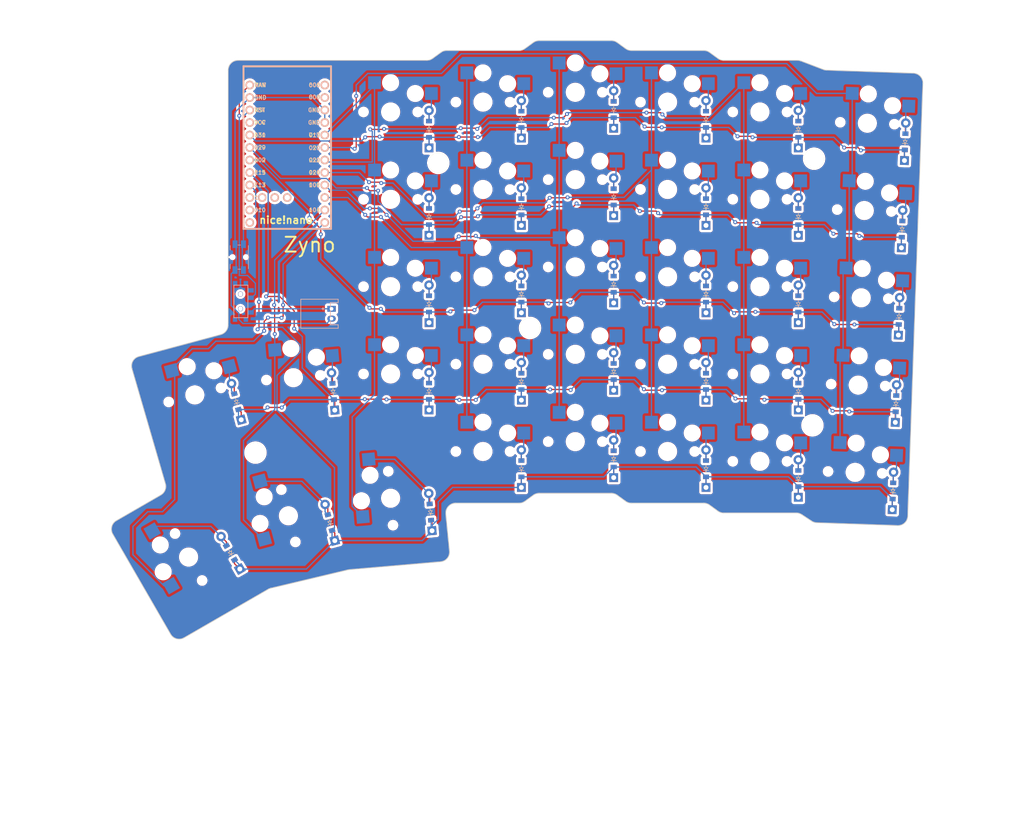
<source format=kicad_pcb>
(kicad_pcb (version 20240108) (generator "pcbnew") (generator_version "8.0")
  (title_block (title "zyno_right") (rev "v1.0.0") (company "Unknown"))
  (layers (0 "F.Cu" signal) (31 "B.Cu" signal) (34 "B.Paste" user) (35 "F.Paste" user) (36 "B.SilkS" user "B.Silkscreen") (37 "F.SilkS" user "F.Silkscreen") (38 "B.Mask" user) (39 "F.Mask" user) (44 "Edge.Cuts" user))
  (net 0 "")
  (net 1 "P020")
  (net 2 "mirror_outer_mod")
  (net 3 "mirror_outer_bottom")
  (net 4 "mirror_outer_home")
  (net 5 "mirror_outer_top")
  (net 6 "mirror_outer_num")
  (net 7 "P022")
  (net 8 "mirror_pinky_mod")
  (net 9 "mirror_pinky_bottom")
  (net 10 "mirror_pinky_home")
  (net 11 "mirror_pinky_top")
  (net 12 "mirror_pinky_num")
  (net 13 "P024")
  (net 14 "mirror_ring_mod")
  (net 15 "mirror_ring_bottom")
  (net 16 "mirror_ring_home")
  (net 17 "mirror_ring_top")
  (net 18 "mirror_ring_num")
  (net 19 "P100")
  (net 20 "mirror_middle_mod")
  (net 21 "mirror_middle_bottom")
  (net 22 "mirror_middle_home")
  (net 23 "mirror_middle_top")
  (net 24 "mirror_middle_num")
  (net 25 "P011")
  (net 26 "mirror_index_mod")
  (net 27 "mirror_index_bottom")
  (net 28 "mirror_index_home")
  (net 29 "mirror_index_top")
  (net 30 "mirror_index_num")
  (net 31 "P017")
  (net 32 "mirror_inner_bottom")
  (net 33 "mirror_inner_home")
  (net 34 "mirror_inner_top")
  (net 35 "mirror_inner_num")
  (net 36 "mirror_left_thumb")
  (net 37 "P104")
  (net 38 "mirror_home_thumb")
  (net 39 "P106")
  (net 40 "mirror_far_thumb")
  (net 41 "mirror_close_index")
  (net 42 "mirror_far_index")
  (net 43 "P113")
  (net 44 "P115")
  (net 45 "P002")
  (net 46 "P029")
  (net 47 "P031")
  (net 48 "RAW")
  (net 49 "GND")
  (net 50 "RST")
  (net 51 "VCC")
  (net 52 "P111")
  (net 53 "P010")
  (net 54 "P009")
  (net 55 "P006")
  (net 56 "P008")
  (net 57 "P101")
  (net 58 "P102")
  (net 59 "P107")
  (net 60 "pos")
  (footprint "E73:SPDT_C128955" (layer "F.Cu") (at 233.83918 115.254072 90)
    (property "Reference" "T1" (hide yes))
    (property "Value" "" (hide yes))
  )
  (footprint "HOLE_M2_TH" (layer "F.Cu") (at 274.025 87.1)
    (property "Reference" "")
    (property "Value" "")
  )
  (footprint "ComboDiode" (layer "F.Cu") (at 309.63918 129.504072 90)
    (property "Reference" "D17" (hide yes))
    (property "Value" "" (hide yes))
  )
  (footprint "ComboDiode" (layer "F.Cu") (at 290.88918 78.254072 90)
    (property "Reference" "D25" (hide yes))
    (property "Value" "" (hide yes))
  )
  (footprint "PG1350" (layer "F.Cu") (at 360.536757 96.782438 -2)
    (property "Reference" "S4" (hide yes))
    (property "Value" "" (hide yes))
  )
  (footprint "ComboDiode" (layer "F.Cu") (at 347.13918 151.254073 90)
    (property "Reference" "D6" (hide yes))
    (property "Value" "" (hide yes))
  )
  (footprint "ComboDiode" (layer "F.Cu") (at 328.38918 149.254073 90)
    (property "Reference" "D11" (hide yes))
    (property "Value" "" (hide yes))
  )
  (footprint "PG1350" (layer "F.Cu") (at 301.83918 108.254072)
    (property "Reference" "S18" (hide yes))
    (property "Value" "" (hide yes))
  )
  (footprint "ComboDiode" (layer "F.Cu") (at 328.38918 131.504073 90)
    (property "Reference" "D12" (hide yes))
    (property "Value" "" (hide yes))
  )
  (footprint "ComboDiode" (layer "F.Cu") (at 367.590391 118.29171 88)
    (property "Reference" "D3" (hide yes))
    (property "Value" "" (hide yes))
  )
  (footprint "ComboDiode" (layer "F.Cu") (at 290.88918 113.754072 90)
    (property "Reference" "D23" (hide yes))
    (property "Value" "" (hide yes))
  )
  (footprint "PG1350" (layer "F.Cu") (at 339.33918 147.754073)
    (property "Reference" "S6" (hide yes))
    (property "Value" "" (hide yes))
  )
  (footprint "PG1350" (layer "F.Cu") (at 283.08918 145.754072)
    (property "Reference" "S21" (hide yes))
    (property "Value" "" (hide yes))
  )
  (footprint "ComboDiode" (layer "F.Cu") (at 347.13918 115.754073 90)
    (property "Reference" "D8" (hide yes))
    (property "Value" "" (hide yes))
  )
  (footprint "PG1350" (layer "F.Cu") (at 359.297825 132.260813 -2)
    (property "Reference" "S2" (hide yes))
    (property "Value" "" (hide yes))
  )
  (footprint "PG1350" (layer "F.Cu") (at 264.33918 112.254072)
    (property "Reference" "S27" (hide yes))
    (property "Value" "" (hide yes))
  )
  (footprint "ComboDiode" (layer "F.Cu") (at 328.38918 113.754073 90)
    (property "Reference" "D13" (hide yes))
    (property "Value" "" (hide yes))
  )
  (footprint "ComboDiode" (layer "F.Cu") (at 272.13918 98.004072 90)
    (property "Reference" "D28" (hide yes))
    (property "Value" "" (hide yes))
  )
  (footprint "ComboDiode" (layer "F.Cu") (at 366.351459 153.770084 88)
    (property "Reference" "D1" (hide yes))
    (property "Value" "" (hide yes))
  )
  (footprint "ComboDiode" (layer "F.Cu") (at 368.829324 82.813335 88)
    (property "Reference" "D5" (hide yes))
    (property "Value" "" (hide yes))
  )
  (footprint "PG1350" (layer "F.Cu") (at 320.58918 110.254073)
    (property "Reference" "S13" (hide yes))
    (property "Value" "" (hide yes))
  )
  (footprint "PG1350" (layer "F.Cu") (at 339.33918 76.754073)
    (property "Reference" "S10" (hide yes))
    (property "Value" "" (hide yes))
  )
  (footprint "HOLE_M2_TH" (layer "F.Cu") (at 236.887186 145.983297 5)
    (property "Reference" "")
    (property "Value" "")
  )
  (footprint "PG1350" (layer "F.Cu") (at 264.33918 94.504072)
    (property "Reference" "S28" (hide yes))
    (property "Value" "" (hide yes))
  )
  (footprint "PG1350" (layer "F.Cu") (at 224.568759 134.262317 15)
    (property "Reference" "S34" (hide yes))
    (property "Value" "" (hide yes))
  )
  (footprint "PG1350" (layer "F.Cu") (at 339.33918 94.504073)
    (property "Reference" "S9" (hide yes))
    (property "Value" "" (hide yes))
  )
  (footprint "ComboDiode" (layer "F.Cu") (at 368.209858 100.552522 88)
    (property "Reference" "D4" (hide yes))
    (property "Value" "" (hide yes))
  )
  (footprint "PG1350" (layer "F.Cu") (at 243.571613 158.827684 105)
    (property "Reference" "S31" (hide yes))
    (property "Value" "" (hide yes))
  )
  (footprint "ComboDiode" (layer "F.Cu") (at 272.13918 133.504072 90)
    (property "Reference" "D26" (hide yes))
    (property "Value" "" (hide yes))
  )
  (footprint "ComboDiode" (layer "F.Cu") (at 366.970925 136.030897 88)
    (property "Reference" "D2" (hide yes))
    (property "Value" "" (hide yes))
  )
  (footprint "ComboDiode" (layer "F.Cu") (at 252.011702 160.189636 105)
    (property "Reference" "D31" (hide yes))
    (property "Value" "" (hide yes))
  )
  (footprint "ComboDiode" (layer "F.Cu") (at 290.88918 96.004072 90)
    (property "Reference" "D24" (hide yes))
    (property "Value" "" (hide yes))
  )
  (footprint "JST_PH_S2B-PH-K_02x2.00mm_Angled" (layer "F.Cu") (at 252.33918 117.754072 -90)
    (property "Reference" "JST1" (hide yes))
    (property "Value" "" (hide yes))
  )
  (footprint "PG1350" (layer "F.Cu") (at 320.58918 145.754073)
    (property "Reference" "S11" (hide yes))
    (property "Value" "" (hide yes))
  )
  (footprint "PG1350" (layer "F.Cu") (at 301.83918 143.754072)
    (property "Reference" "S16" (hide yes))
    (property "Value" "" (hide yes))
  )
  (footprint "ComboDiode" (layer "F.Cu") (at 347.13918 80.254073 90)
    (property "Reference" "D10" (hide yes))
    (property "Value" "" (hide yes))
  )
  (footprint "ComboDiode" (layer "F.Cu") (at 347.13918 98.004073 90)
    (property "Reference" "D9" (hide yes))
    (property "Value" "" (hide yes))
  )
  (footprint "ComboDiode" (layer "F.Cu") (at 290.88918 131.504072 90)
    (property "Reference" "D22" (hide yes))
    (property "Value" "" (hide yes))
  )
  (footprint "PG1350" (layer "F.Cu") (at 320.58918 92.504073)
    (property "Reference" "S14" (hide yes))
    (property "Value" "" (hide yes))
  )
  (footprint "ComboDiode" (layer "F.Cu") (at 328.38918 96.004073 90)
    (property "Reference" "D14" (hide yes))
    (property "Value" "" (hide yes))
  )
  (footprint "PG1350" (layer "F.Cu") (at 339.33918 130.004073)
    (property "Reference" "S7" (hide yes))
    (property "Value" "" (hide yes))
  )
  (footprint "PG1350" (layer "F.Cu") (at 339.33918 112.254073)
    (property "Reference" "S8" (hide yes))
    (property "Value" "" (hide yes))
  )
  (footprint "HOLE_M2_TH" (layer "F.Cu") (at 350.33918 86.254073)
    (property "Reference" "")
    (property "Value" "")
  )
  (footprint "PG1350" (layer "F.Cu") (at 264.33918 155.254072 95)
    (property "Reference" "S30" (hide yes))
    (property "Value" "" (hide yes))
  )
  (footprint "ComboDiode" (layer "F.Cu") (at 272.414543 158.060939 95)
    (property "Reference" "D30" (hide yes))
    (property "Value" "" (hide yes))
  )
  (footprint "ComboDiode" (layer "F.Cu") (at 231.805343 166.340103 120)
    (property "Reference" "D32" (hide yes))
    (property "Value" "" (hide yes))
  )
  (footprint "PG1350" (layer "F.Cu") (at 244.58918 130.754072 5)
    (property "Reference" "S33" (hide yes))
    (property "Value" "" (hide yes))
  )
  (footprint "PG1350" (layer "F.Cu") (at 320.58918 74.754073)
    (property "Reference" "S15" (hide yes))
    (property "Value" "" (hide yes))
  )
  (footprint "PG1350" (layer "F.Cu") (at 283.08918 110.254072)
    (property "Reference" "S23" (hide yes))
    (property "Value" "" (hide yes))
  )
  (footprint "ComboDiode" (layer "F.Cu") (at 328.38918 78.254073 90)
    (property "Reference" "D15" (hide yes))
    (property "Value" "" (hide yes))
  )
  (footprint "ComboDiode" (layer "F.Cu") (at 272.13918 115.754072 90)
    (property "Reference" "D27" (hide yes))
    (property "Value" "" (hide yes))
  )
  (footprint "PG1350" (layer "F.Cu") (at 301.83918 72.754072)
    (property "Reference" "S20" (hide yes))
    (property "Value" "" (hide yes))
  )
  (footprint "ComboDiode" (layer "F.Cu") (at 290.88918 149.254072 90)
    (property "Reference" "D21" (hide yes))
    (property "Value" "" (hide yes))
  )
  (footprint "PG1350" (layer "F.Cu") (at 264.33918 130.004072)
    (property "Reference" "S26" (hide yes))
    (property "Value" "" (hide yes))
  )
  (footprint "PG1350" (layer "F.Cu") (at 283.08918 74.754072)
    (property "Reference" "S25" (hide yes))
    (property "Value" "" (hide yes))
  )
  (footprint "PG1350" (layer "F.Cu") (at 223.300346 167.209014 120)
    (property "Reference" "S32" (hide yes))
    (property "Value" "" (hide yes))
  )
  (footprint "ComboDiode" (layer "F.Cu") (at 233.008848 135.624269 105)
    (property "Reference" "D34" (hide yes))
    (property "Value" "" (hide yes))
  )
  (footprint "PG1350" (layer "F.Cu") (at 301.83918 90.504072)
    (property "Reference" "S19" (hide yes))
    (property "Value" "" (hide yes))
  )
  (footprint "PG1350" (layer "F.Cu") (at 361.156223 79.043251 -2)
    (property "Reference" "S5" (hide yes))
    (property "Value" "" (hide yes))
  )
  (footprint "ComboDiode" (layer "F.Cu") (at 252.664543 133.560939 95)
    (property "Reference" "D33" (hide yes))
    (property "Value" "" (hide yes))
  )
  (footprint "HOLE_M2_TH" (layer "F.Cu") (at 350.006662 140.441539 -2)
    (property "Reference" "")
    (property "Value" "")
  )
  (footprint "ComboDiode" (layer "F.Cu") (at 309.63918 76.254072 90)
    (property "Reference" "D20" (hide yes))
    (property "Value" "" (hide yes))
  )
  (footprint "PG1350" (layer "F.Cu") (at 264.33918 76.754072)
    (property "Reference" "S29" (hide yes))
    (property "Value" "" (hide yes))
  )
  (footprint "PG1350" (layer "F.Cu") (at 320.58918 128.004073)
    (property "Reference" "S12" (hide yes))
    (property "Value" "" (hide yes))
  )
  (footprint "ComboDiode" (layer "F.Cu") (at 309.63918 111.754072 90)
    (property "Reference" "D18" (hide yes))
    (property "Value" "" (hide yes))
  )
  (footprint "ComboDiode" (layer "F.Cu") (at 272.13918 80.254072 90)
    (property "Reference" "D29" (hide yes))
    (property "Value" "" (hide yes))
  )
  (footprint "HOLE_M2_TH" (layer "F.Cu") (at 292.65 120.65)
    (property "Reference" "")
    (property "Value" "")
  )
  (footprint "PG1350" (layer "F.Cu") (at 301.83918 126.004072)
    (property "Reference" "S17" (hide yes))
    (property "Value" "" (hide yes))
  )
  (footprint "PG1350" (layer "F.Cu") (at 359.917291 114.521626 -2)
    (property "Reference" "S3" (hide yes))
    (property "Value" "" (hide yes))
  )
  (footprint "PG1350" (layer "F.Cu") (at 283.08918 128.004072)
    (property "Reference" "S22" (hide yes))
    (property "Value" "" (hide yes))
  )
  (footprint "ComboDiode" (layer "F.Cu") (at 309.63918 94.004072 90)
    (property "Reference" "D19" (hide yes))
    (property "Value" "" (hide yes))
  )
  (footprint "Panasonic_EVQPUL_EVQPUC" (layer "F.Cu") (at 233.58918 106.254072 90)
    (property "Reference" "B1" (hide yes))
    (property "Value" "Panasonic_EVQPUL_EVQPUC" (hide yes))
  )
  (footprint "PG1350" (layer "F.Cu") (at 283.08918 92.504072)
    (property "Reference" "S24" (hide yes))
    (property "Value" "" (hide yes))
  )
  (footprint "PG1350" (layer "F.Cu") (at 358.678359 150 -2)
    (property "Reference" "S1" (hide yes))
    (property "Value" "" (hide yes))
  )
  (footprint "nice_nano" (layer "F.Cu") (at 243.33918 85.254072 -90)
    (property "Reference" "MCU1" (hide yes))
    (property "Value" "nice_nano" (hide yes))
  )
  (footprint "ComboDiode" (layer "F.Cu") (at 309.63918 147.254072 90)
    (property "Reference" "D16" (hide yes))
    (property "Value" "" (hide yes))
  )
  (footprint "ComboDiode" (layer "F.Cu") (at 347.13918 133.504073 90)
    (property "Reference" "D7" (hide yes))
    (property "Value" "" (hide yes))
  )
  (gr_arc (start 313.239547 64.254073) (mid 312.621059 64.156038) (end 312.063204 63.871545) (stroke (width 0.15)) (layer "Edge.Cuts"))
  (gr_line (start 346.739926 158.254073) (end 331.989547 158.254073) (stroke (width 0.15)) (layer "Edge.Cuts"))
  (gr_arc (start 239.448812 173.763706) (mid 239.709475 173.637429) (end 239.985645 173.550127) (stroke (width 0.15)) (layer "Edge.Cuts"))
  (gr_arc (start 293.313204 154.6366) (mid 293.871059 154.352107) (end 294.489547 154.254072) (stroke (width 0.15)) (layer "Edge.Cuts"))
  (gr_arc (start 346.739926 158.254073) (mid 347.313966 158.338224) (end 347.8397 158.583595) (stroke (width 0.15)) (layer "Edge.Cuts"))
  (gr_arc (start 211.795871 128.928402) (mid 211.973988 127.388569) (end 213.198798 126.438489) (stroke (width 0.15)) (layer "Edge.Cuts"))
  (gr_line (start 294.489547 62.254072) (end 309.188812 62.254072) (stroke (width 0.15)) (layer "Edge.Cuts"))
  (gr_arc (start 231.318656 120.115431) (mid 230.885839 121.292303) (end 229.837421 121.980183) (stroke (width 0.15)) (layer "Edge.Cuts"))
  (gr_arc (start 346.970306 66.254073) (mid 347.333061 66.287246) (end 347.683783 66.385664) (stroke (width 0.15)) (layer "Edge.Cuts"))
  (gr_line (start 367.306432 160.807699) (end 350.877853 160.234001) (stroke (width 0.15)) (layer "Edge.Cuts"))
  (gr_line (start 291.615155 63.871545) (end 293.313204 62.6366) (stroke (width 0.15)) (layer "Edge.Cuts"))
  (gr_arc (start 370.517186 68.863744) (mid 371.910094 69.498529) (end 372.446168 70.932324) (stroke (width 0.15)) (layer "Edge.Cuts"))
  (gr_line (start 352.86084 68.24717) (end 370.517186 68.863743) (stroke (width 0.15)) (layer "Edge.Cuts"))
  (gr_arc (start 327.938812 156.254072) (mid 328.5573 156.352107) (end 329.115155 156.6366) (stroke (width 0.15)) (layer "Edge.Cuts"))
  (gr_arc (start 207.899081 162.534088) (mid 207.69928 161.01645) (end 208.631132 159.802037) (stroke (width 0.15)) (layer "Edge.Cuts"))
  (gr_line (start 327.938812 156.254073) (end 313.239547 156.254073) (stroke (width 0.15)) (layer "Edge.Cuts"))
  (gr_line (start 349.847878 159.905697) (end 347.8397 158.583595) (stroke (width 0.15)) (layer "Edge.Cuts"))
  (gr_line (start 213.198798 126.438489) (end 229.837421 121.980183) (stroke (width 0.15)) (layer "Edge.Cuts"))
  (gr_arc (start 293.313204 62.6366) (mid 293.871059 62.352107) (end 294.489547 62.254072) (stroke (width 0.15)) (layer "Edge.Cuts"))
  (gr_line (start 330.813204 157.871545) (end 329.115155 156.6366) (stroke (width 0.15)) (layer "Edge.Cuts"))
  (gr_line (start 309.188812 154.254072) (end 294.489547 154.254072) (stroke (width 0.15)) (layer "Edge.Cuts"))
  (gr_line (start 347.683783 66.385664) (end 352.217162 68.116797) (stroke (width 0.15)) (layer "Edge.Cuts"))
  (gr_arc (start 274.563204 64.6366) (mid 275.121059 64.352107) (end 275.739547 64.254072) (stroke (width 0.15)) (layer "Edge.Cuts"))
  (gr_arc (start 309.188812 62.254072) (mid 309.8073 62.352107) (end 310.365155 62.6366) (stroke (width 0.15)) (layer "Edge.Cuts"))
  (gr_line (start 274.479117 168.167338) (end 255.970913 169.767069) (stroke (width 0.15)) (layer "Edge.Cuts"))
  (gr_line (start 272.865155 65.871545) (end 274.563204 64.6366) (stroke (width 0.15)) (layer "Edge.Cuts"))
  (gr_line (start 372.446168 70.932324) (end 369.375012 158.878716) (stroke (width 0.15)) (layer "Edge.Cuts"))
  (gr_arc (start 313.239547 156.254073) (mid 312.621059 156.156038) (end 312.063204 155.871545) (stroke (width 0.15)) (layer "Edge.Cuts"))
  (gr_arc (start 331.989547 66.254073) (mid 331.371059 66.156038) (end 330.813204 65.871545) (stroke (width 0.15)) (layer "Edge.Cuts"))
  (gr_line (start 219.649082 182.885685) (end 207.899082 162.534088) (stroke (width 0.15)) (layer "Edge.Cuts"))
  (gr_line (start 239.448812 173.763706) (end 222.381132 183.617736) (stroke (width 0.15)) (layer "Edge.Cuts"))
  (gr_line (start 329.115155 64.6366) (end 330.813204 65.871545) (stroke (width 0.15)) (layer "Edge.Cuts"))
  (gr_arc (start 291.615155 63.871544) (mid 291.0573 64.156037) (end 290.438812 64.254072) (stroke (width 0.15)) (layer "Edge.Cuts"))
  (gr_line (start 231.33918 119.504072) (end 231.33918 68.254072) (stroke (width 0.15)) (layer "Edge.Cuts"))
  (gr_line (start 293.313204 154.6366) (end 291.615155 155.871545) (stroke (width 0.15)) (layer "Edge.Cuts"))
  (gr_line (start 331.989547 66.254073) (end 346.970306 66.254073) (stroke (width 0.15)) (layer "Edge.Cuts"))
  (gr_arc (start 275.55554 158.450164) (mid 276.063982 156.910975) (end 277.545904 156.254072) (stroke (width 0.15)) (layer "Edge.Cuts"))
  (gr_line (start 312.063204 155.871545) (end 310.365155 154.6366) (stroke (width 0.15)) (layer "Edge.Cuts"))
  (gr_arc (start 276.297256 165.978675) (mid 275.84532 167.45275) (end 274.479117 168.167338) (stroke (width 0.15)) (layer "Edge.Cuts"))
  (gr_arc (start 327.938811 64.254073) (mid 328.557299 64.352107) (end 329.115155 64.6366) (stroke (width 0.15)) (layer "Edge.Cuts"))
  (gr_arc (start 255.679971 169.81401) (mid 255.824576 169.785173) (end 255.970913 169.767069) (stroke (width 0.15)) (layer "Edge.Cuts"))
  (gr_arc (start 222.381132 183.617735) (mid 220.863494 183.817536) (end 219.649082 182.885685) (stroke (width 0.15)) (layer "Edge.Cuts"))
  (gr_arc (start 291.615155 155.871544) (mid 291.0573 156.156037) (end 290.438812 156.254072) (stroke (width 0.15)) (layer "Edge.Cuts"))
  (gr_line (start 310.365155 62.6366) (end 312.063204 63.871545) (stroke (width 0.15)) (layer "Edge.Cuts"))
  (gr_arc (start 352.86084 68.24717) (mid 352.533613 68.208585) (end 352.217162 68.116797) (stroke (width 0.15)) (layer "Edge.Cuts"))
  (gr_arc (start 309.188812 154.254072) (mid 309.8073 154.352107) (end 310.365155 154.6366) (stroke (width 0.15)) (layer "Edge.Cuts"))
  (gr_arc (start 369.375013 158.878716) (mid 368.740228 160.271625) (end 367.306432 160.807699) (stroke (width 0.15)) (layer "Edge.Cuts"))
  (gr_line (start 255.67997 169.81401) (end 239.985645 173.550127) (stroke (width 0.15)) (layer "Edge.Cuts"))
  (gr_line (start 208.631132 159.802037) (end 217.665279 154.58617) (stroke (width 0.15)) (layer "Edge.Cuts"))
  (gr_line (start 290.438812 156.254072) (end 277.545904 156.254072) (stroke (width 0.15)) (layer "Edge.Cuts"))
  (gr_arc (start 331.989547 158.254073) (mid 331.371059 158.156038) (end 330.813204 157.871545) (stroke (width 0.15)) (layer "Edge.Cuts"))
  (gr_arc (start 350.877853 160.234001) (mid 350.340263 160.140758) (end 349.847878 159.905697) (stroke (width 0.15)) (layer "Edge.Cuts"))
  (gr_line (start 218.585843 152.296059) (end 211.795872 128.928402) (stroke (width 0.15)) (layer "Edge.Cuts"))
  (gr_line (start 275.739547 64.254072) (end 290.438812 64.254072) (stroke (width 0.15)) (layer "Edge.Cuts"))
  (gr_line (start 233.33918 66.254072) (end 271.688812 66.254072) (stroke (width 0.15)) (layer "Edge.Cuts"))
  (gr_arc (start 231.33918 68.254072) (mid 231.924966 66.839858) (end 233.33918 66.254072) (stroke (width 0.15)) (layer "Edge.Cuts"))
  (gr_arc (start 272.865155 65.871544) (mid 272.3073 66.156037) (end 271.688812 66.254072) (stroke (width 0.15)) (layer "Edge.Cuts"))
  (gr_line (start 231.318657 120.115431) (end 231.33918 119.504072) (stroke (width 0.15)) (layer "Edge.Cuts"))
  (gr_line (start 313.239547 64.254073) (end 327.938812 64.254073) (stroke (width 0.15)) (layer "Edge.Cuts"))
  (gr_arc (start 218.585843 152.296059) (mid 218.520966 153.600057) (end 217.665279 154.58617) (stroke (width 0.15)) (layer "Edge.Cuts"))
  (gr_line (start 275.55554 158.450165) (end 276.297256 165.978675) (stroke (width 0.15)) (layer "Edge.Cuts"))
  (gr_text "Zyno" (at 242.33918 103.754072 0) (layer "F.SilkS") (effects (font (size 3 3) (thickness 0.4)) (justify left)))
  (segment (start 257.35 83.9) (end 257.025 84.225) (width 0.25) (layer "F.Cu") (net 1))
  (segment (start 257.35 73.5) (end 257.35 83.9) (width 0.25) (layer "F.Cu") (net 1))
  (via (at 257.025 84.225) (size 0.8) (drill 0.4) (layers "F.Cu" "B.Cu") (net 1))
  (via (at 257.35 73.5) (size 0.8) (drill 0.4) (layers "F.Cu" "B.Cu") (net 1))
  (segment (start 274.670928 68.929072) (end 259.68918 68.929072) (width 0.25) (layer "B.Cu") (net 1))
  (segment (start 355.613006 126.819608) (end 356.232472 126.200142) (width 0.25) (layer "B.Cu") (net 1))
  (segment (start 257.025 84.225) (end 256.575 84.225) (width 0.25) (layer "B.Cu") (net 1))
  (segment (start 302.61583 64.929072) (end 278.670928 64.929072) (width 0.25) (layer "B.Cu") (net 1))
  (segment (start 344.78918 66.929073) (end 304.615831 66.929073) (width 0.25) (layer "B.Cu") (net 1))
  (segment (start 355.613006 143.939329) (end 355.613006 126.819608) (width 0.25) (layer "B.Cu") (net 1))
  (segment (start 259.68918 68.929072) (end 257.35 71.268252) (width 0.25) (layer "B.Cu") (net 1))
  (segment (start 357.471404 107.841489) (end 356.851938 108.460955) (width 0.25) (layer "B.Cu") (net 1))
  (segment (start 357.471404 90.721767) (end 357.471404 107.841489) (width 0.25) (layer "B.Cu") (net 1))
  (segment (start 256.575 84.225) (end 256.334072 83.984072) (width 0.25) (layer "B.Cu") (net 1))
  (segment (start 356.232472 126.200142) (end 356.232472 109.080421) (width 0.25) (layer "B.Cu") (net 1))
  (segment (start 358.09087 90.102301) (end 357.471404 90.721767) (width 0.25) (layer "B.Cu") (net 1))
  (segment (start 257.35 71.268252) (end 257.35 73.5) (width 0.25) (layer "B.Cu") (net 1))
  (segment (start 350.842687 72.98258) (end 344.78918 66.929073) (width 0.25) (layer "B.Cu") (net 1))
  (segment (start 256.334072 83.984072) (end 250.95918 83.984072) (width 0.25) (layer "B.Cu") (net 1))
  (segment (start 278.670928 64.929072) (end 274.670928 68.929072) (width 0.25) (layer "B.Cu") (net 1))
  (segment (start 304.615831 66.929073) (end 302.61583 64.929072) (width 0.25) (layer "B.Cu") (net 1))
  (segment (start 358.09087 72.98258) (end 358.09087 90.102301) (width 0.25) (layer "B.Cu") (net 1))
  (segment (start 356.232472 109.080421) (end 356.851938 108.460955) (width 0.25) (layer "B.Cu") (net 1))
  (segment (start 358.09087 72.98258) (end 350.842687 72.98258) (width 0.25) (layer "B.Cu") (net 1))
  (segment (start 366.409043 150.037788) (end 366.484426 149.962405) (width 0.25) (layer "F.Cu") (net 2))
  (segment (start 366.409043 152.121089) (end 366.409043 150.037788) (width 0.25) (layer "F.Cu") (net 2))
  (segment (start 367.079191 149.36764) (end 366.484426 149.962405) (width 0.25) (layer "B.Cu") (net 2))
  (segment (start 366.409043 150.037788) (end 366.484426 149.962405) (width 0.25) (layer "B.Cu") (net 2))
  (segment (start 366.409043 152.121089) (end 366.409043 150.037788) (width 0.25) (layer "B.Cu") (net 2))
  (segment (start 367.079191 146.541078) (end 367.079191 149.36764) (width 0.25) (layer "B.Cu") (net 2))
  (segment (start 367.028509 132.298601) (end 367.103892 132.223218) (width 0.25) (layer "F.Cu") (net 3))
  (segment (start 367.028509 134.381902) (end 367.028509 132.298601) (width 0.25) (layer "F.Cu") (net 3))
  (segment (start 367.698657 128.801891) (end 367.698657 131.628453) (width 0.25) (layer "B.Cu") (net 3))
  (segment (start 367.103892 134.306519) (end 367.028509 134.381902) (width 0.25) (layer "B.Cu") (net 3))
  (segment (start 367.103892 132.223218) (end 367.103892 134.306519) (width 0.25) (layer "B.Cu") (net 3))
  (segment (start 367.698657 131.628453) (end 367.103892 132.223218) (width 0.25) (layer "B.Cu") (net 3))
  (segment (start 367.647975 116.642715) (end 367.647975 114.559414) (width 0.25) (layer "F.Cu") (net 4))
  (segment (start 367.647975 114.559414) (end 367.723358 114.484031) (width 0.25) (layer "F.Cu") (net 4))
  (segment (start 367.723358 116.567332) (end 367.647975 116.642715) (width 0.25) (layer "B.Cu") (net 4))
  (segment (start 367.723358 114.484031) (end 367.723358 116.567332) (width 0.25) (layer "B.Cu") (net 4))
  (segment (start 368.318123 113.889266) (end 367.723358 114.484031) (width 0.25) (layer "B.Cu") (net 4))
  (segment (start 368.318123 111.062704) (end 368.318123 113.889266) (width 0.25) (layer "B.Cu") (net 4))
  (segment (start 368.267442 98.903527) (end 368.267442 96.820226) (width 0.25) (layer "F.Cu") (net 5))
  (segment (start 368.267442 96.820226) (end 368.342825 96.744843) (width 0.25) (layer "F.Cu") (net 5))
  (segment (start 368.937589 96.150079) (end 368.342825 96.744843) (width 0.25) (layer "B.Cu") (net 5))
  (segment (start 368.342825 98.828144) (end 368.267442 98.903527) (width 0.25) (layer "B.Cu") (net 5))
  (segment (start 368.937589 93.323516) (end 368.937589 96.150079) (width 0.25) (layer "B.Cu") (net 5))
  (segment (start 368.342825 96.744843) (end 368.342825 98.828144) (width 0.25) (layer "B.Cu") (net 5))
  (segment (start 368.886908 81.16434) (end 368.886908 79.081039) (width 0.25) (layer "F.Cu") (net 6))
  (segment (start 368.886908 79.081039) (end 368.962291 79.005656) (width 0.25) (layer "F.Cu") (net 6))
  (segment (start 368.962291 79.005656) (end 368.962291 81.088957) (width 0.25) (layer "B.Cu") (net 6))
  (segment (start 368.962291 79.005656) (end 368.962291 76.179093) (width 0.25) (layer "B.Cu") (net 6))
  (segment (start 368.962291 76.179093) (end 369.557055 75.584329) (width 0.25) (layer "B.Cu") (net 6))
  (segment (start 368.962291 81.088957) (end 368.886908 81.16434) (width 0.25) (layer "B.Cu") (net 6))
  (segment (start 299.4 77.925) (end 300.15 77.175) (width 0.25) (layer "F.Cu") (net 7))
  (segment (start 297.475 77.925) (end 299.4 77.925) (width 0.25) (layer "F.Cu") (net 7))
  (segment (start 316.3 76.9) (end 319.175 76.9) (width 0.25) (layer "F.Cu") (net 7))
  (segment (start 260.2 80.3) (end 262.9 80.3) (width 0.25) (layer "F.Cu") (net 7))
  (segment (start 262.9 80.3) (end 263 80.2) (width 0.25) (layer "F.Cu") (net 7))
  (segment (start 278.575 80.05) (end 281.775 80.05) (width 0.25) (layer "F.Cu") (net 7))
  (segment (start 319.175 76.9) (end 319.525 77.25) (width 0.25) (layer "F.Cu") (net 7))
  (segment (start 281.775 80.05) (end 281.925 80.2) (width 0.25) (layer "F.Cu") (net 7))
  (via (at 300.15 77.175) (size 0.8) (drill 0.4) (layers "F.Cu" "B.Cu") (net 7))
  (via (at 263 80.2) (size 0.8) (drill 0.4) (layers "F.Cu" "B.Cu") (net 7))
  (via (at 316.3 76.9) (size 0.8) (drill 0.4) (layers "F.Cu" "B.Cu") (net 7))
  (via (at 260.2 80.3) (size 0.8) (drill 0.4) (layers "F.Cu" "B.Cu") (net 7))
  (via (at 297.475 77.925) (size 0.8) (drill 0.4) (layers "F.Cu" "B.Cu") (net 7))
  (via (at 281.925 80.2) (size 0.8) (drill 0.4) (layers "F.Cu" "B.Cu") (net 7))
  (via (at 278.575 80.05) (size 0.8) (drill 0.4) (layers "F.Cu" "B.Cu") (net 7))
  (via (at 319.525 77.25) (size 0.8) (drill 0.4) (layers "F.Cu" "B.Cu") (net 7))
  (segment (start 263 80.2) (end 278.425 80.2) (width 0.25) (layer "B.Cu") (net 7))
  (segment (start 260.61418 80.71418) (end 260.2 80.3) (width 0.25) (layer "B.Cu") (net 7))
  (segment (start 251.36418 86.929072) (end 260.61418 86.929072) (width 0.25) (layer "B.Cu") (net 7))
  (segment (start 319.525 77.25) (end 320.254973 77.979973) (width 0.25) (layer "B.Cu") (net 7))
  (segment (start 328.88828 77.979973) (end 336.06418 70.804073) (width 0.25) (layer "B.Cu") (net 7))
  (segment (start 336.06418 70.804073) (end 336.06418 88.554073) (width 0.25) (layer "B.Cu") (net 7))
  (segment (start 336.06418 88.554073) (end 336.06418 106.304073) (width 0.25) (layer "B.Cu") (net 7))
  (segment (start 300.425 76.9) (end 316.3 76.9) (width 0.25) (layer "B.Cu") (net 7))
  (segment (start 300.15 77.175) (end 300.425 76.9) (width 0.25) (layer "B.Cu") (net 7))
  (segment (start 281.925 80.2) (end 284.2 77.925) (width 0.25) (layer "B.Cu") (net 7))
  (segment (start 260.61418 86.929072) (end 260.61418 80.71418) (width 0.25) (layer "B.Cu") (net 7))
  (segment (start 278.425 80.2) (end 278.575 80.05) (width 0.25) (layer "B.Cu") (net 7))
  (segment (start 336.06418 106.304073) (end 336.06418 124.054073) (width 0.25) (layer "B.Cu") (net 7))
  (segment (start 320.254973 77.979973) (end 328.88828 77.979973) (width 0.25) (layer "B.Cu") (net 7))
  (segment (start 336.06418 124.054073) (end 336.06418 141.804073) (width 0.25) (layer "B.Cu") (net 7))
  (segment (start 250.95918 86.524072) (end 251.36418 86.929072) (width 0.25) (layer "B.Cu") (net 7))
  (segment (start 284.2 77.925) (end 297.475 77.925) (width 0.25) (layer "B.Cu") (net 7))
  (segment (start 347.13918 149.604073) (end 347.13918 147.444073) (width 0.25) (layer "F.Cu") (net 8))
  (segment (start 347.13918 147.444073) (end 347.13918 149.604073) (width 0.25) (layer "B.Cu") (net 8))
  (segment (start 347.61418 144.004073) (end 347.61418 146.969073) (width 0.25) (layer "B.Cu") (net 8))
  (segment (start 347.61418 146.969073) (end 347.13918 147.444073) (width 0.25) (layer "B.Cu") (net 8))
  (segment (start 347.13918 131.854073) (end 347.13918 129.694073) (width 0.25) (layer "F.Cu") (net 9))
  (segment (start 347.61418 129.219073) (end 347.13918 129.694073) (width 0.25) (layer "B.Cu") (net 9))
  (segment (start 347.13918 131.854073) (end 347.13918 129.694073) (width 0.25) (layer "B.Cu") (net 9))
  (segment (start 347.61418 126.254073) (end 347.61418 129.219073) (width 0.25) (layer "B.Cu") (net 9))
  (segment (start 347.13918 114.104073) (end 347.13918 111.944073) (width 0.25) (layer "F.Cu") (net 10))
  (segment (start 347.13918 114.104073) (end 347.13918 111.944073) (width 0.25) (layer "B.Cu") (net 10))
  (segment (start 347.61418 111.469073) (end 347.13918 111.944073) (width 0.25) (layer "B.Cu") (net 10))
  (segment (start 347.61418 108.504073) (end 347.61418 111.469073) (width 0.25) (layer "B.Cu") (net 10))
  (segment (start 347.13918 96.354073) (end 347.13918 94.194073) (width 0.25) (layer "F.Cu") (net 11))
  (segment (start 347.13918 96.354073) (end 347.13918 94.194073) (width 0.25) (layer "B.Cu") (net 11))
  (segment (start 347.61418 90.754073) (end 347.61418 93.719073) (width 0.25) (layer "B.Cu") (net 11))
  (segment (start 347.61418 93.719073) (end 347.13918 94.194073) (width 0.25) (layer "B.Cu") (net 11))
  (segment (start 347.13918 76.444073) (end 347.13918 78.604073) (width 0.25) (layer "F.Cu") (net 12))
  (segment (start 347.61418 73.004073) (end 347.61418 75.969073) (width 0.25) (layer "B.Cu") (net 12))
  (segment (start 347.13918 76.444073) (end 347.13918 78.604073) (width 0.25) (layer "B.Cu") (net 12))
  (segment (start 347.61418 75.969073) (end 347.13918 76.444073) (width 0.25) (layer "B.Cu") (net 12))
  (segment (start 278.475 96.9) (end 281.4 96.9) (width 0.25) (layer "F.Cu") (net 13))
  (segment (start 300.175 94.2) (end 300.275 94.1) (width 0.25) (layer "F.Cu") (net 13))
  (segment (start 262.25 91.025) (end 262.425 91.2) (width 0.25) (layer "F.Cu") (net 13))
  (segment (start 296.65 94.2) (end 300.175 94.2) (width 0.25) (layer "F.Cu") (net 13))
  (segment (start 281.4 96.9) (end 281.95 96.35) (width 0.25) (layer "F.Cu") (net 13))
  (segment (start 278.375 97) (end 278.475 96.9) (width 0.25) (layer "F.Cu") (net 13))
  (segment (start 259.95 91.025) (end 262.25 91.025) (width 0.25) (layer "F.Cu") (net 13))
  (via (at 296.65 94.2) (size 0.8) (drill 0.4) (layers "F.Cu" "B.Cu") (net 13))
  (via (at 281.95 96.35) (size 0.8) (drill 0.4) (layers "F.Cu" "B.Cu") (net 13))
  (via (at 300.275 94.1) (size 0.8) (drill 0.4) (layers "F.Cu" "B.Cu") (net 13))
  (via (at 262.425 91.2) (size 0.8) (drill 0.4) (layers "F.Cu" "B.Cu") (net 13))
  (via (at 278.375 97) (size 0.8) (drill 0.4) (layers "F.Cu" "B.Cu") (net 13))
  (via (at 259.95 91.025) (size 0.8) (drill 0.4) (layers "F.Cu" "B.Cu") (net 13))
  (segment (start 281.95 96.35) (end 283.075 95.225) (width 0.25) (layer "B.Cu") (net 13))
  (segment (start 272.075 98.075) (end 277.3 98.075) (width 0.25) (layer "B.Cu") (net 13))
  (segment (start 277.3 98.075) (end 278.375 97) (width 0.25) (layer "B.Cu") (net 13))
  (segment (start 257.989072 89.064072) (end 259.95 91.025) (width 0.25) (layer "B.Cu") (net 13))
  (segment (start 317.31418 86.554073) (end 317.31418 104.304073) (width 0.25) (layer "B.Cu") (net 13))
  (segment (start 311.759569 94.1) (end 317.31418 88.545389) (width 0.25) (layer "B.Cu") (net 13))
  (segment (start 300.275 94.1) (end 311.759569 94.1) (width 0.25) (layer "B.Cu") (net 13))
  (segment (start 295.625 95.225) (end 296.65 94.2) (width 0.25) (layer "B.Cu") (net 13))
  (segment (start 262.425 91.2) (end 264.801424 91.2) (width 0.25) (layer "B.Cu") (net 13))
  (segment (start 317.31418 88.545389) (end 317.31418 86.554073) (width 0.25) (layer "B.Cu") (net 13))
  (segment (start 317.31418 104.304073) (end 317.31418 122.054073) (width 0.25) (layer "B.Cu") (net 13))
  (segment (start 271.676424 98.075) (end 272.075 98.075) (width 0.25) (layer "B.Cu") (net 13))
  (segment (start 250.95918 89.064072) (end 257.989072 89.064072) (width 0.25) (layer "B.Cu") (net 13))
  (segment (start 264.801424 91.2) (end 271.676424 98.075) (width 0.25) (layer "B.Cu") (net 13))
  (segment (start 317.31418 68.804073) (end 317.31418 86.554073) (width 0.25) (layer "B.Cu") (net 13))
  (segment (start 317.31418 122.054073) (end 317.31418 139.804073) (width 0.25) (layer "B.Cu") (net 13))
  (segment (start 283.075 95.225) (end 295.625 95.225) (width 0.25) (layer "B.Cu") (net 13))
  (segment (start 328.38918 147.604073) (end 328.38918 145.444073) (width 0.25) (layer "F.Cu") (net 14))
  (segment (start 328.38918 142.479073) (end 328.86418 142.004073) (width 0.25) (layer "B.Cu") (net 14))
  (segment (start 328.38918 145.444073) (end 328.38918 142.479073) (width 0.25) (layer "B.Cu") (net 14))
  (segment (start 328.38918 147.604073) (end 328.38918 145.444073) (width 0.25) (layer "B.Cu") (net 14))
  (segment (start 328.38918 129.854073) (end 328.38918 127.694073) (width 0.25) (layer "F.Cu") (net 15))
  (segment (start 328.38918 127.694073) (end 328.38918 129.854073) (width 0.25) (layer "B.Cu") (net 15))
  (segment (start 328.86418 127.219073) (end 328.38918 127.694073) (width 0.25) (layer "B.Cu") (net 15))
  (segment (start 328.86418 124.254073) (end 328.86418 127.219073) (width 0.25) (layer "B.Cu") (net 15))
  (segment (start 328.38918 112.104073) (end 328.38918 109.944073) (width 0.25) (layer "F.Cu") (net 16))
  (segment (start 328.38918 106.979073) (end 328.86418 106.504073) (width 0.25) (layer "B.Cu") (net 16))
  (segment (start 328.38918 109.944073) (end 328.38918 112.104073) (width 0.25) (layer "B.Cu") (net 16))
  (segment (start 328.38918 109.944073) (end 328.38918 106.979073) (width 0.25) (layer "B.Cu") (net 16))
  (segment (start 328.38918 94.354073) (end 328.38918 92.194073) (width 0.25) (layer "F.Cu") (net 17))
  (segment (start 328.86418 88.754073) (end 328.86418 91.719073) (width 0.25) (layer "B.Cu") (net 17))
  (segment (start 328.86418 91.719073) (end 328.38918 92.194073) (width 0.25) (layer "B.Cu") (net 17))
  (segment (start 328.38918 92.194073) (end 328.38918 94.354073) (width 0.25) (layer "B.Cu") (net 17))
  (segment (start 328.38918 74.444073) (end 328.38918 76.604073) (width 0.25) (layer "F.Cu") (net 18))
  (segment (start 328.86418 73.969073) (end 328.38918 74.444073) (width 0.25) (layer "B.Cu") (net 18))
  (segment (start 328.38918 74.444073) (end 328.38918 76.604073) (width 0.25) (layer "B.Cu") (net 18))
  (segment (start 328.86418 71.004073) (end 328.86418 73.969073) (width 0.25) (layer "B.Cu") (net 18))
  (segment (start 262.204804 96.35) (end 263.502402 97.647598) (width 0.25) (layer "F.Cu") (net 19))
  (segment (start 281.5 102.05) (end 281.625 101.925) (width 0.25) (layer "F.Cu") (net 19))
  (segment (start 260.125 96.35) (end 262.204804 96.35) (width 0.25) (layer "F.Cu") (net 19))
  (segment (start 278.175 102.05) (end 281.5 102.05) (width 0.25) (layer "F.Cu") (net 19))
  (via (at 281.625 101.925) (size 0.8) (drill 0.4) (layers "F.Cu" "B.Cu") (net 19))
  (via (at 260.125 96.35) (size 0.8) (drill 0.4) (layers "F.Cu" "B.Cu") (net 19))
  (via (at 263.502402 97.647598) (size 0.8) (drill 0.4) (layers "F.Cu" "B.Cu") (net 19))
  (via (at 278.175 102.05) (size 0.8) (drill 0.4) (layers "F.Cu" "B.Cu") (net 19))
  (segment (start 263.502402 97.647598) (end 268.882876 103.028072) (width 0.25) (layer "B.Cu") (net 19))
  (segment (start 277.196928 103.028072) (end 278.175 102.05) (width 0.25) (layer "B.Cu") (net 19))
  (segment (start 268.882876 103.028072) (end 277.196928 103.028072) (width 0.25) (layer "B.Cu") (net 19))
  (segment (start 255.23918 92.65) (end 258.93918 96.35) (width 0.25) (layer "B.Cu") (net 19))
  (segment (start 298.56418 102.304072) (end 298.56418 120.054072) (width 0.25) (layer "B.Cu") (net 19))
  (segment (start 252.005108 92.65) (end 255.23918 92.65) (width 0.25) (layer "B.Cu") (net 19))
  (segment (start 250.95918 91.604072) (end 252.005108 92.65) (width 0.25) (layer "B.Cu") (net 19))
  (segment (start 258.93918 96.35) (end 260.125 96.35) (width 0.25) (layer "B.Cu") (net 19))
  (segment (start 298.56418 84.554072) (end 298.56418 102.304072) (width 0.25) (layer "B.Cu") (net 19))
  (segment (start 298.56418 66.804072) (end 298.56418 84.554072) (width 0.25) (layer "B.Cu") (net 19))
  (segment (start 282.004072 102.304072) (end 298.56418 102.304072) (width 0.25) (layer "B.Cu") (net 19))
  (segment (start 298.56418 120.054072) (end 298.56418 137.804072) (width 0.25) (layer "B.Cu") (net 19))
  (segment (start 281.625 101.925) (end 282.004072 102.304072) (width 0.25) (layer "B.Cu") (net 19))
  (segment (start 309.63918 143.444072) (end 309.63918 145.604072) (width 0.25) (layer "F.Cu") (net 20))
  (segment (start 310.11418 140.004072) (end 310.11418 142.969072) (width 0.25) (layer "B.Cu") (net 20))
  (segment (start 310.11418 142.969072) (end 309.63918 143.444072) (width 0.25) (layer "B.Cu") (net 20))
  (segment (start 309.63918 145.604072) (end 309.63918 143.444072) (width 0.25) (layer "B.Cu") (net 20))
  (segment (start 309.63918 127.854072) (end 309.63918 125.694072) (width 0.25) (layer "F.Cu") (net 21))
  (segment (start 310.11418 122.254072) (end 310.11418 125.219072) (width 0.25) (layer "B.Cu") (net 21))
  (segment (start 310.11418 125.219072) (end 309.63918 125.694072) (width 0.25) (layer "B.Cu") (net 21))
  (segment (start 309.63918 125.694072) (end 309.63918 127.854072) (width 0.25) (layer "B.Cu") (net 21))
  (segment (start 309.63918 107.944072) (end 309.63918 110.104072) (width 0.25) (layer "F.Cu") (net 22))
  (segment (start 310.11418 104.504072) (end 310.11418 107.469072) (width 0.25) (layer "B.Cu") (net 22))
  (segment (start 309.63918 110.104072) (end 309.63918 107.944072) (width 0.25) (layer "B.Cu") (net 22))
  (segment (start 310.11418 107.469072) (end 309.63918 107.944072) (width 0.25) (layer "B.Cu") (net 22))
  (segment (start 309.63918 92.354072) (end 309.63918 90.194072) (width 0.25) (layer "F.Cu") (net 23))
  (segment (start 310.11418 89.719072) (end 309.63918 90.194072) (width 0.25) (layer "B.Cu") (net 23))
  (segment (start 310.11418 86.754072) (end 310.11418 89.719072) (width 0.25) (layer "B.Cu") (net 23))
  (segment (start 309.63918 90.194072) (end 309.63918 92.354072) (width 0.25) (layer "B.Cu") (net 23))
  (segment (start 309.63918 74.604072) (end 309.63918 72.444072) (width 0.25) (layer "F.Cu") (net 24))
  (segment (start 309.63918 69.479072) (end 310.11418 69.004072) (width 0.25) (layer "B.Cu") (net 24))
  (segment (start 309.63918 72.444072) (end 309.63918 74.604072) (width 0.25) (layer "B.Cu") (net 24))
  (segment (start 309.63918 72.444072) (end 309.63918 69.479072) (width 0.25) (layer "B.Cu") (net 24))
  (segment (start 259.625 98.1) (end 259.175 97.65) (width 0.25) (layer "F.Cu") (net 25))
  (segment (start 262.35 98.1) (end 259.625 98.1) (width 0.25) (layer "F.Cu") (net 25))
  (via (at 262.35 98.1) (size 0.8) (drill 0.4) (layers "F.Cu" "B.Cu") (net 25))
  (via (at 259.175 97.65) (size 0.8) (drill 0.4) (layers "F.Cu" "B.Cu") (net 25))
  (segment (start 279.81418 122.054072) (end 279.81418 139.804072) (width 0.25) (layer "B.Cu") (net 25))
  (segment (start 279.81418 68.804072) (end 279.81418 86.554072) (width 0.25) (layer "B.Cu") (net 25))
  (segment (start 279.81418 104.304072) (end 268.554072 104.304072) (width 0.25) (layer "B.Cu") (net 25))
  (segment (start 255.669072 94.144072) (end 250.95918 94.144072) (width 0.25) (layer "B.Cu") (net 25))
  (segment (start 268.554072 104.304072) (end 262.35 98.1) (width 0.25) (layer "B.Cu") (net 25))
  (segment (start 279.81418 104.304072) (end 279.81418 122.054072) (width 0.25) (layer "B.Cu") (net 25))
  (segment (start 259.175 97.65) (end 255.669072 94.144072) (width 0.25) (layer "B.Cu") (net 25))
  (segment (start 279.81418 86.554072) (end 279.81418 104.304072) (width 0.25) (layer "B.Cu") (net 25))
  (segment (start 290.88918 147.604072) (end 290.88918 145.444072) (width 0.25) (layer "F.Cu") (net 26))
  (segment (start 291.36418 142.004072) (end 291.36418 144.969072) (width 0.25) (layer "B.Cu") (net 26))
  (segment (start 291.36418 144.969072) (end 290.88918 145.444072) (width 0.25) (layer "B.Cu") (net 26))
  (segment (start 290.88918 145.444072) (end 290.88918 147.604072) (width 0.25) (layer "B.Cu") (net 26))
  (segment (start 290.88918 127.694072) (end 290.88918 129.854072) (width 0.25) (layer "F.Cu") (net 27))
  (segment (start 290.88918 127.694072) (end 290.88918 129.854072) (width 0.25) (layer "B.Cu") (net 27))
  (segment (start 291.36418 124.254072) (end 291.36418 127.219072) (width 0.25) (layer "B.Cu") (net 27))
  (segment (start 291.36418 127.219072) (end 290.88918 127.694072) (width 0.25) (layer "B.Cu") (net 27))
  (segment (start 290.88918 109.944072) (end 290.88918 112.104072) (width 0.25) (layer "F.Cu") (net 28))
  (segment (start 291.36418 106.504072) (end 291.36418 109.469072) (width 0.25) (layer "B.Cu") (net 28))
  (segment (start 291.36418 109.469072) (end 290.88918 109.944072) (width 0.25) (layer "B.Cu") (net 28))
  (segment (start 290.88918 109.944072) (end 290.88918 112.104072) (width 0.25) (layer "B.Cu") (net 28))
  (segment (start 290.88918 92.194072) (end 290.88918 94.354072) (width 0.25) (layer "F.Cu") (net 29))
  (segment (start 291.36418 91.719072) (end 290.88918 92.194072) (width 0.25) (layer "B.Cu") (net 29))
  (segment (start 291.36418 88.754072) (end 291.36418 91.719072) (width 0.25) (layer "B.Cu") (net 29))
  (segment (start 290.88918 92.194072) (end 290.88918 94.354072) (width 0.25) (layer "B.Cu") (net 29))
  (segment (start 290.88918 74.444072) (end 290.88918 76.604072) (width 0.25) (layer "F.Cu") (net 30))
  (segment (start 291.36418 71.004072) (end 291.36418 73.969072) (width 0.25) (layer "B.Cu") (net 30))
  (segment (start 291.36418 73.969072) (end 290.88918 74.444072) (width 0.25) (layer "B.Cu") (net 30))
  (segment (start 290.88918 76.604072) (end 290.88918 74.444072) (width 0.25) (layer "B.Cu") (net 30))
  (segment (start 261.06418 88.554072) (end 261.06418 106.304072) (width 0.25) (layer "B.Cu") (net 31))
  (segment (start 261.06418 134.186125) (end 261.06418 124.054072) (width 0.25) (layer "B.Cu") (net 31))
  (segment (start 258.697257 159.035186) (end 256.536822 156.874751) (width 0.25) (layer "B.Cu") (net 31))
  (segment (start 261.06418 70.804072) (end 261.06418 88.554072) (width 0.25) (layer "B.Cu") (net 31))
  (segment (start 256.536822 138.713483) (end 261.06418 134.186125) (width 0.25) (layer "B.Cu") (net 31))
  (segment (start 256.536822 156.874751) (end 256.536822 138.713483) (width 0.25) (layer "B.Cu") (net 31))
  (segment (start 250.95918 81.444072) (end 261.06418 71.339072) (width 0.25) (layer "B.Cu") (net 31))
  (segment (start 261.06418 71.339072) (end 261.06418 70.804072) (width 0.25) (layer "B.Cu") (net 31))
  (segment (start 261.06418 106.304072) (end 261.06418 124.054072) (width 0.25) (layer "B.Cu") (net 31))
  (segment (start 272.13918 131.854072) (end 272.13918 129.694072) (width 0.25) (layer "F.Cu") (net 32))
  (segment (start 272.61418 129.219072) (end 272.13918 129.694072) (width 0.25) (layer "B.Cu") (net 32))
  (segment (start 272.13918 131.854072) (end 272.13918 129.694072) (width 0.25) (layer "B.Cu") (net 32))
  (segment (start 272.61418 126.254072) (end 272.61418 129.219072) (width 0.25) (layer "B.Cu") (net 32))
  (segment (start 272.13918 114.104072) (end 272.13918 111.944072) (width 0.25) (layer "F.Cu") (net 33))
  (segment (start 272.61418 108.504072) (end 272.61418 111.469072) (width 0.25) (layer "B.Cu") (net 33))
  (segment (start 272.61418 111.469072) (end 272.13918 111.944072) (width 0.25) (layer "B.Cu") (net 33))
  (segment (start 272.13918 111.944072) (end 272.13918 114.104072) (width 0.25) (layer "B.Cu") (net 33))
  (segment (start 272.13918 94.194072) (end 272.13918 96.354072) (width 0.25) (layer "F.Cu") (net 34))
  (segment (start 272.61418 93.719072) (end 272.13918 94.194072) (width 0.25) (layer "B.Cu") (net 34))
  (segment (start 272.13918 96.354072) (end 272.13918 94.194072) (width 0.25) (layer "B.Cu") (net 34))
  (segment (start 272.61418 90.754072) (end 272.61418 93.719072) (width 0.25) (layer "B.Cu") (net 34))
  (segment (start 272.13918 78.604072) (end 272.13918 76.444072) (width 0.25) (layer "F.Cu") (net 35))
  (segment (start 272.61418 73.004072) (end 272.61418 75.969072) (width 0.25) (layer "B.Cu") (net 35))
  (segment (start 272.13918 76.444072) (end 272.13918 78.604072) (width 0.25) (layer "B.Cu") (net 35))
  (segment (start 272.61418 75.969072) (end 272.13918 76.444072) (width 0.25) (layer "B.Cu") (net 35))
  (segment (start 272.270736 156.417218) (end 272.270736 154.453693) (width 0.25) (layer "F.Cu") (net 36))
  (segment (start 272.270736 154.453693) (end 272.08248 154.265437) (width 0.25) (layer "F.Cu") (net 36))
  (segment (start 272.08248 156.228962) (end 272.270736 156.417218) (width 0.25) (layer "B.Cu") (net 36))
  (segment (start 272.08248 154.265437) (end 272.08248 156.228962) (width 0.25) (layer "B.Cu") (net 36))
  (segment (start 265.154438 147.337395) (end 272.08248 154.265437) (width 0.25) (layer "B.Cu") (net 36))
  (segment (start 259.882236 147.337395) (end 265.154438 147.337395) (width 0.25) (layer "B.Cu") (net 36))
  (segment (start 240.775 121.841934) (end 240.775 116.075) (width 0.25) (layer "F.Cu") (net 37))
  (segment (start 240.808066 121.875) (end 240.775 121.841934) (width 0.25) (layer "F.Cu") (net 37))
  (segment (start 240.775 116.075) (end 240.675 115.975) (width 0.25) (layer "F.Cu") (net 37))
  (via (at 240.675 115.975) (size 0.8) (drill 0.4) (layers "F.Cu" "B.Cu") (net 37))
  (via (at 240.808066 121.875) (size 0.8) (drill 0.4) (layers "F.Cu" "B.Cu") (net 37))
  (segment (start 240.775 106.868252) (end 250.95918 96.684072) (width 0.25) (layer "B.Cu") (net 37))
  (segment (start 238.336111 163.531064) (end 234.462186 159.657139) (width 0.25) (layer "B.Cu") (net 37))
  (segment (start 234.462186 143.537814) (end 240.808066 137.191934) (width 0.25) (layer "B.Cu") (net 37))
  (segment (start 238.671987 163.531064) (end 238.336111 163.531064) (width 0.25) (layer "B.Cu") (net 37))
  (segment (start 240.675 115.975) (end 240.775 115.875) (width 0.25) (layer "B.Cu") (net 37))
  (segment (start 240.775 115.875) (end 240.775 106.868252) (width 0.25) (layer "B.Cu") (net 37))
  (segment (start 240.808066 121.875) (end 240.808066 125.112149) (width 0.25) (layer "B.Cu") (net 37))
  (segment (start 240.808066 137.191934) (end 240.808066 125.112149) (width 0.25) (layer "B.Cu") (net 37))
  (segment (start 234.462186 159.657139) (end 234.462186 143.537814) (width 0.25) (layer "B.Cu") (net 37))
  (segment (start 251.584652 157.068511) (end 251.0256 156.509459) (width 0.25) (layer "F.Cu") (net 38))
  (segment (start 251.584652 158.595858) (end 251.584652 157.068511) (width 0.25) (layer "F.Cu") (net 38))
  (segment (start 251.0256 156.509459) (end 251.0256 158.036806) (width 0.25) (layer "B.Cu") (net 38))
  (segment (start 251.0256 158.036806) (end 251.584652 158.595858) (width 0.25) (layer "B.Cu") (net 38))
  (segment (start 246.32136 151.805219) (end 251.0256 156.509459) (width 0.25) (layer "B.Cu") (net 38))
  (segment (start 237.807664 151.805219) (end 246.32136 151.805219) (width 0.25) (layer "B.Cu") (net 38))
  (segment (start 238.65 121.225) (end 238.65 119.325) (width 0.25) (layer "F.Cu") (net 39))
  (segment (start 238.65 119.325) (end 239.425 118.55) (width 0.25) (layer "F.Cu") (net 39))
  (segment (start 242.175 118.6) (end 242.5 118.275) (width 0.25) (layer "F.Cu") (net 39))
  (segment (start 242.5 118.275) (end 242.5 115.975) (width 0.25) (layer "F.Cu") (net 39))
  (via (at 242.175 118.6) (size 0.8) (drill 0.4) (layers "F.Cu" "B.Cu") (net 39))
  (via (at 239.425 118.55) (size 0.8) (drill 0.4) (layers "F.Cu" "B.Cu") (net 39))
  (via (at 238.65 121.225) (size 0.8) (drill 0.4) (layers "F.Cu" "B.Cu") (net 39))
  (via (at 242.5 115.975) (size 0.8) (drill 0.4) (layers "F.Cu" "B.Cu") (net 39))
  (segment (start 220.482067 155.517933) (end 220.482067 129.979379) (width 0.25) (layer "B.Cu") (net 39))
  (segment (start 242.5 115.975) (end 242.5 107.683252) (width 0.25) (layer "B.Cu") (net 39))
  (segment (start 219.784994 173.020246) (end 218.283883 173.020246) (width 0.25) (layer "B.Cu") (net 39))
  (segment (start 212 161) (end 215 158) (width 0.25) (layer "B.Cu") (net 39))
  (segment (start 215 158) (end 218 158) (width 0.25) (layer "B.Cu") (net 39))
  (segment (start 219.865379 129.362691) (end 219.865379 129.026815) (width 0.25) (layer "B.Cu") (net 39))
  (segment (start 239.425 118.55) (end 242.125 118.55) (width 0.25) (layer "B.Cu") (net 39))
  (segment (start 224.017194 124.875) (end 227.3 124.875) (width 0.25) (layer "B.Cu") (net 39))
  (segment (start 220.482067 129.979379) (end 219.865379 129.362691) (width 0.25) (layer "B.Cu") (net 39))
  (segment (start 218.283883 173.020246) (end 212 166.736363) (width 0.25) (layer "B.Cu") (net 39))
  (segment (start 227.3 124.875) (end 228.8412 123.3338) (width 0.25) (layer "B.Cu") (net 39))
  (segment (start 242.5 107.683252) (end 250.95918 99.224072) (width 0.25) (layer "B.Cu") (net 39))
  (segment (start 219.865379 129.026815) (end 224.017194 124.875) (width 0.25) (layer "B.Cu") (net 39))
  (segment (start 242.125 118.55) (end 242.175 118.6) (width 0.25) (layer "B.Cu") (net 39))
  (segment (start 228.8412 123.3338) (end 236.5412 123.3338) (width 0.25) (layer "B.Cu") (net 39))
  (segment (start 236.5412 123.3338) (end 238.65 121.225) (width 0.25) (layer "B.Cu") (net 39))
  (segment (start 212 166.736363) (end 212 161) (width 0.25) (layer "B.Cu") (net 39))
  (segment (start 218 158) (end 220.482067 155.517933) (width 0.25) (layer "B.Cu") (net 39))
  (segment (start 230.980343 164.911161) (end 230.980343 164.120546) (width 0.25) (layer "F.Cu") (net 40))
  (segment (start 230.980343 164.120546) (end 229.900343 163.040546) (width 0.25) (layer "F.Cu") (net 40))
  (segment (start 215.915251 161.917655) (end 216.866917 160.965989) (width 0.25) (layer "B.Cu") (net 40))
  (segment (start 216.866917 160.965989) (end 227.825786 160.965989) (width 0.25) (layer "B.Cu") (net 40))
  (segment (start 229.900343 163.831161) (end 230.980343 164.911161) (width 0.25) (layer "B.Cu") (net 40))
  (segment (start 229.900343 163.040546) (end 229.900343 163.831161) (width 0.25) (layer "B.Cu") (net 40))
  (segment (start 227.825786 160.965989) (end 229.900343 163.040546) (width 0.25) (layer "B.Cu") (net 40))
  (segment (start 252.520736 129.953693) (end 252.33248 129.765437) (width 0.25) (layer "F.Cu") (net 41))
  (segment (start 252.520736 131.917218) (end 252.520736 129.953693) (width 0.25) (layer "F.Cu") (net 41))
  (segment (start 252.33248 129.765437) (end 252.33248 131.728962) (width 0.25) (layer "B.Cu") (net 41))
  (segment (start 252.505857 126.297128) (end 252.505857 129.59206) (width 0.25) (layer "B.Cu") (net 41))
  (segment (start 252.505857 129.59206) (end 252.33248 129.765437) (width 0.25) (layer "B.Cu") (net 41))
  (segment (start 252.33248 131.728962) (end 252.520736 131.917218) (width 0.25) (layer "B.Cu") (net 41))
  (segment (start 232.581797 134.030491) (end 232.581797 132.503142) (width 0.25) (layer "F.Cu") (net 42))
  (segment (start 232.581797 132.503142) (end 232.022747 131.944092) (width 0.25) (layer "F.Cu") (net 42))
  (segment (start 232.022747 133.471441) (end 232.581797 134.030491) (width 0.25) (layer "B.Cu") (net 42))
  (segment (start 232.022747 131.944092) (end 232.022747 133.471441) (width 0.25) (layer "B.Cu") (net 42))
  (segment (start 231.591224 128.498368) (end 231.591224 131.512569) (width 0.25) (layer "B.Cu") (net 42))
  (segment (start 231.591224 131.512569) (end 232.022747 131.944092) (width 0.25) (layer "B.Cu") (net 42))
  (segment (start 252.997804 162.342466) (end 252.438752 161.783414) (width 0.25) (layer "F.Cu") (net 43))
  (segment (start 237.6 120.65) (end 237.6 115.35) (width 0.25) (layer "F.Cu") (net 43))
  (segment (start 232.630343 168.55966) (end 233.710343 169.63966) (width 0.25) (layer "F.Cu") (net 43))
  (segment (start 290.88918 153.064072) (end 290.88918 150.904072) (width 0.25) (layer "F.Cu") (net 43))
  (segment (start 232.630343 167.769045) (end 232.630343 168.55966) (width 0.25) (layer "F.Cu") (net 43))
  (segment (start 309.63918 151.064072) (end 309.63918 148.904072) (width 0.25) (layer "F.Cu") (net 43))
  (segment (start 366.218492 155.494462) (end 366.293875 155.419079) (width 0.25) (layer "F.Cu") (net 43))
  (segment (start 272.746606 161.856441) (end 272.746606 159.892916) (width 0.25) (layer "F.Cu") (net 43))
  (segment (start 237.325 120.925) (end 237.6 120.65) (width 0.25) (layer "F.Cu") (net 43))
  (segment (start 252.997804 163.869813) (end 252.997804 162.342466) (width 0.25) (layer "F.Cu") (net 43))
  (segment (start 366.218492 157.577763) (end 366.218492 155.494462) (width 0.25) (layer "F.Cu") (net 43))
  (segment (start 272.746606 159.892916) (end 272.55835 159.70466) (width 0.25) (layer "F.Cu") (net 43))
  (segment (start 328.38918 153.064073) (end 328.38918 150.904073) (width 0.25) (layer "F.Cu") (net 43))
  (segment (start 347.13918 155.064073) (end 347.13918 152.904073) (width 0.25) (layer "F.Cu") (net 43))
  (via (at 237.325 120.925) (size 0.8) (drill 0.4) (layers "F.Cu" "B.Cu") (net 43))
  (via (at 237.6 115.35) (size 0.8) (drill 0.4) (layers "F.Cu" "B.Cu") (net 43))
  (segment (start 241.258066 137.37833) (end 241.258066 130.290901) (width 0.25) (layer "B.Cu") (net 43))
  (segment (start 247.227957 169.63966) (end 252.997804 163.869813) (width 0.25) (layer "B.Cu") (net 43))
  (segment (start 366.218492 155.494462) (end 366.293875 155.419079) (width 0.25) (layer "B.Cu") (net 43))
  (segment (start 252.92865 149.048914) (end 241.258066 137.37833) (width 0.25) (layer "B.Cu") (net 43))
  (segment (start 245.945603 125.603364) (end 245.945603 124.050064) (width 0.25) (layer "B.Cu") (net 43))
  (segment (start 233.710343 168.849045) (end 232.630343 167.769045) (width 0.25) (layer "B.Cu") (net 43))
  (segment (start 252.92865 161.293516) (end 252.92865 149.048914) (width 0.25) (layer "B.Cu") (net 43))
  (segment (start 241.258066 130.290901) (end 245.945603 125.603364) (width 0.25) (layer "B.Cu") (net 43))
  (segment (start 309.63918 148.904072) (end 326.389179 148.904072) (width 0.25) (layer "B.Cu") (net 43))
  (segment (start 328.38918 150.904073) (end 345.13918 150.904073) (width 0.25) (layer "B.Cu") (net 43))
  (segment (start 270.733234 163.869813) (end 272.746606 161.856441) (width 0.25) (layer "B.Cu") (net 43))
  (segment (start 290.88918 150.904072) (end 307.63918 150.904072) (width 0.25) (layer "B.Cu") (net 43))
  (segment (start 236.92048 96.186477) (end 236.92048 92.805372) (width 0.25) (layer "B.Cu") (net 43))
  (segment (start 328.38918 150.904073) (end 328.38918 153.064073) (width 0.25) (layer "B.Cu") (net 43))
  (segment (start 347.13918 152.904073) (end 363.778869 152.904073) (width 0.25) (layer "B.Cu") (net 43))
  (segment (start 237.75 120.5) (end 237.325 120.925) (width 0.25) (layer "B.Cu") (net 43))
  (segment (start 274 156) (end 276.935928 153.064072) (width 0.25) (layer "B.Cu") (net 43))
  (segment (start 252.438752 161.783414) (end 252.438752 163.310761) (width 0.25) (layer "B.Cu") (net 43))
  (segment (start 272.746606 160.770527) (end 274 159.517133) (width 0.25) (layer "B.Cu") (net 43))
  (segment (start 276.935928 153.064072) (end 290.88918 153.064072) (width 0.25) (layer "B.Cu") (net 43))
  (segment (start 233.710343 169.63966) (end 247.227957 169.63966) (width 0.25) (layer "B.Cu") (net 43))
  (segment (start 237.6 96.865997) (end 236.92048 96.186477) (width 0.25) (layer "B.Cu") (net 43))
  (segment (start 366.218492 157.577763) (end 366.218492 155.494462) (width 0.25) (layer "B.Cu") (net 43))
  (segment (start 272.55835 159.70466) (end 272.55835 161.668185) (width 0.25) (layer "B.Cu") (net 43))
  (segment (start 252.997804 163.869813) (end 270.733234 163.869813) (width 0.25) (layer "B.Cu") (net 43))
  (segment (start 233.710343 169.63966) (end 233.710343 168.849045) (width 0.25) (layer "B.Cu") (net 43))
  (segment (start 245.945603 124.050064) (end 242.395539 120.5) (width 0.25) (layer "B.Cu") (net 43))
  (segment (start 252.438752 161.783414) (end 252.92865 161.293516) (width 0.25) (layer "B.Cu") (net 43))
  (segment (start 345.13918 150.904073) (end 347.13918 152.904073) (width 0.25) (layer "B.Cu") (net 43))
  (segment (start 290.88918 150.904072) (end 290.88918 153.064072) (width 0.25) (layer "B.Cu") (net 43))
  (segment (start 242.395539 120.5) (end 237.75 120.5) (width 0.25) (layer "B.Cu") (net 43))
  (segment (start 236.92048 92.805372) (end 235.71918 91.604072) (width 0.25) (layer "B.Cu") (net 43))
  (segment (start 363.778869 152.904073) (end 366.293875 155.419079) (width 0.25) (layer "B.Cu") (net 43))
  (segment (start 326.389179 148.904072) (end 328.38918 150.904073) (width 0.25) (layer "B.Cu") (net 43))
  (segment (start 274 159.517133) (end 274 156) (width 0.25) (layer "B.Cu") (net 43))
  (segment (start 347.13918 152.904073) (end 347.13918 155.064073) (width 0.25) (layer "B.Cu") (net 43))
  (segment (start 252.438752 163.310761) (end 252.997804 163.869813) (width 0.25) (layer "B.Cu") (net 43))
  (segment (start 307.63918 150.904072) (end 309.63918 148.904072) (width 0.25) (layer "B.Cu") (net 43))
  (segment (start 272.55835 161.668185) (end 272.746606 161.856441) (width 0.25) (layer "B.Cu") (net 43))
  (segment (start 309.63918 148.904072) (end 309.63918 151.064072) (width 0.25) (layer "B.Cu") (net 43))
  (segment (start 272.746606 161.856441) (end 272.746606 160.770527) (width 0.25) (layer "B.Cu") (net 43))
  (segment (start 237.6 115.35) (end 237.6 96.865997) (width 0.25) (layer "B.Cu") (net 43))
  (segment (start 309.63918 133.314072) (end 309.63918 131.154072) (width 0.25) (layer "F.Cu") (net 44))
  (segment (start 315.775 133.1) (end 315.975 133.3) (width 0.25) (layer "F.Cu") (net 44))
  (segment (start 366.837958 137.755275) (end 366.913341 137.679892) (width 0.25) (layer "F.Cu") (net 44))
  (segment (start 263.45 135.125) (end 263.5 135.175) (width 0.25) (layer "F.Cu") (net 44))
  (segment (start 252.996606 135.392916) (end 252.80835 135.20466) (width 0.25) (layer "F.Cu") (net 44))
  (segment (start 357.375 137.5) (end 357.5 137.625) (width 0.25) (layer "F.Cu") (net 44))
  (segment (start 242.2 136.8) (end 242.225 136.825) (width 0.25) (layer "F.Cu") (net 44))
  (segment (start 244.75 117.199695) (end 241.800305 114.25) (width 0.25) (layer "F.Cu") (net 44))
  (segment (start 354.1 137.5) (end 357.375 137.5) (width 0.25) (layer "F.Cu") (net 44))
  (segment (start 328.38918 135.314073) (end 328.38918 133.154073) (width 0.25) (layer "F.Cu") (net 44))
  (segment (start 315.975 133.3) (end 319.45 133.3) (width 0.25) (layer "F.Cu") (net 44))
  (segment (start 272.13918 135.154072) (end 272.13918 137.314072) (width 0.25) (layer "F.Cu") (net 44))
  (segment (start 334.375 135) (end 334.425 135.05) (width 0.25) (layer "F.Cu") (net 44))
  (segment (start 300.8 133.15) (end 300.9 133.25) (width 0.25) (layer "F.Cu") (net 44))
  (segment (start 244.75 120.775) (end 244.75 117.199695) (width 0.25) (layer "F.Cu") (net 44))
  (segment (start 233.994949 139.304446) (end 233.994949 137.777097) (width 0.25) (layer "F.Cu") (net 44))
  (segment (start 340.075 135.05) (end 340.25 135.225) (width 0.25) (layer "F.Cu") (net 44))
  (segment (start 296.725 133.15) (end 300.8 133.15) (width 0.25) (layer "F.Cu") (net 44))
  (segment (start 278.3 135.275) (end 281.625 135.275) (width 0.25) (layer "F.Cu") (net 44))
  (segment (start 366.837958 139.838576) (end 366.837958 137.755275) (width 0.25) (layer "F.Cu") (net 44))
  (segment (start 252.996606 137.356441) (end 252.996606 135.392916) (width 0.25) (layer "F.Cu") (net 44))
  (segment (start 239.35 136.8) (end 242.2 136.8) (width 0.25) (layer "F.Cu") (net 44))
  (segment (start 334.425 135.05) (end 340.075 135.05) (width 0.25) (layer "F.Cu") (net 44))
  (segment (start 290.88918 133.154072) (end 290.88918 135.314072) (width 0.25) (layer "F.Cu") (net 44))
  (segment (start 233.994949 137.777097) (end 233.435899 137.218047) (width 0.25) (layer "F.Cu") (net 44))
  (segment (start 241.800305 114.25) (end 239.05 114.25) (width 0.25) (layer "F.Cu") (net 44))
  (segment (start 347.13918 137.314073) (end 347.13918 135.154073) (width 0.25) (layer "F.Cu") (net 44))
  (segment (start 259.1 135.125) (end 263.45 135.125) (width 0.25) (layer "F.Cu") (net 44))
  (via (at 239.35 136.8) (size 0.8) (drill 0.4) (layers "F.Cu" "B.Cu") (net 44))
  (via (at 242.225 136.825) (size 0.8) (drill 0.4) (layers "F.Cu" "B.Cu") (net 44))
  (via (at 319.45 133.3) (size 0.8) (drill 0.4) (layers "F.Cu" "B.Cu") (net 44))
  (via (at 259.1 135.125) (size 0.8) (drill 0.4) (layers "F.Cu" "B.Cu") (net 44))
  (via (at 357.5 137.625) (size 0.8) (drill 0.4) (layers "F.Cu" "B.Cu") (net 44))
  (via (at 300.9 133.25) (size 0.8) (drill 0.4) (layers "F.Cu" "B.Cu") (net 44))
  (via (at 354.1 137.5) (size 0.8) (drill 0.4) (layers "F.Cu" "B.Cu") (net 44))
  (via (at 334.375 135) (size 0.8) (drill 0.4) (layers "F.Cu" "B.Cu") (net 44))
  (via (at 281.625 135.275) (size 0.8) (drill 0.4) (layers "F.Cu" "B.Cu") (net 44))
  (via (at 340.25 135.225) (size 0.8) (drill 0.4) (layers "F.Cu" "B.Cu") (net 44))
  (via (at 296.725 133.15) (size 0.8) (drill 0.4) (layers "F.Cu" "B.Cu") (net 44))
  (via (at 263.5 135.175) (size 0.8) (drill 0.4) (layers "F.Cu" "B.Cu") (net 44))
  (via (at 278.3 135.275) (size 0.8) (drill 0.4) (layers "F.Cu" "B.Cu") (net 44))
  (via (at 315.775 133.1) (size 0.8) (drill 0.4) (layers "F.Cu" "B.Cu") (net 44))
  (via (at 239.05 114.25) (size 0.8) (drill 0.4) (layers "F.Cu" "B.Cu") (net 44))
  (via (at 244.75 120.775) (size 0.8) (drill 0.4) (layers "F.Cu" "B.Cu") (net 44))
  (segment (start 242.225 136.825) (end 243.84534 135.20466) (width 0.25) (layer "B.Cu") (net 44))
  (segment (start 328.38918 133.154073) (end 332.529073 133.154073) (width 0.25) (layer "B.Cu") (net 44))
  (segment (start 263.970928 135.154072) (end 272.13918 135.154072) (width 0.25) (layer "B.Cu") (net 44))
  (segment (start 263.95 135.175) (end 263.970928 135.154072) (width 0.25) (layer "B.Cu") (net 44))
  (segment (start 233.435899 137.218047) (end 233.435899 138.745396) (width 0.25) (layer "B.Cu") (net 44))
  (segment (start 332.529073 133.154073) (end 334.375 135) (width 0.25) (layer "B.Cu") (net 44))
  (segment (start 300.9 133.25) (end 302.995928 131.154072) (width 0.25) (layer "B.Cu") (net 44))
  (segment (start 357.5 137.625) (end 357.554892 137.679892) (width 0.25) (layer "B.Cu") (net 44))
  (segment (start 238.931953 137.218047) (end 239.35 136.8) (width 0.25) (layer "B.Cu") (net 44))
  (segment (start 239.05 114.25) (end 239.46048 113.83952) (width 0.25) (layer "B.Cu") (net 44))
  (segment (start 319.45 133.3) (end 319.595927 133.154073) (width 0.25) (layer "B.Cu") (net 44))
  (segment (start 239.46048 92.805372) (end 235.71918 89.064072) (width 0.25) (layer "B.Cu") (net 44))
  (segment (start 319.595927 133.154073) (end 328.38918 133.154073) (width 0.25) (layer "B.Cu") (net 44))
  (segment (start 263.5 135.175) (end 263.95 135.175) (width 0.25) (layer "B.Cu") (net 44))
  (segment (start 309.63918 131.154072) (end 313.829072 131.154072) (width 0.25) (layer "B.Cu") (net 44))
  (segment (start 243.84534 135.20466) (end 252.80835 135.20466) (width 0.25) (layer "B.Cu") (net 44))
  (segment (start 252.80835 137.168185) (end 252.996606 137.356441) (width 0.25) (layer "B.Cu") (net 44))
  (segment (start 233.435899 138.745396) (end 233.994949 139.304446) (width 0.25) (layer "B.Cu") (net 44))
  (segment (start 328.38918 133.154073) (end 328.38918 135.314073) (width 0.25) (layer "B.Cu") (net 44))
  (segment (start 290.88918 133.154072) (end 290.88918 135.314072) (width 0.25) (layer "B.Cu") (net 44))
  (segment (start 281.625 135.275) (end 283.745928 133.154072) (width 0.25) (layer "B.Cu") (net 44))
  (segment (start 246.395603 122.420603) (end 244.75 120.775) (width 0.25) (layer "B.Cu") (net 44))
  (segment (start 278.179072 135.154072) (end 278.3 135.275) (width 0.25) (layer "B.Cu") (net 44))
  (segment (start 252.80835 135.20466) (end 259.02034 135.20466) (width 0.25) (layer "B.Cu") (net 44))
  (segment (start 246.395603 128.791913) (end 246.395603 122.420603) (width 0.25) (layer "B.Cu") (net 44))
  (segment (start 283.745928 133.154072) (end 290.88918 133.154072) (width 0.25) (layer "B.Cu") (net 44))
  (segment (start 233.435899 137.218047) (end 238.931953 137.218047) (width 0.25) (layer "B.Cu") (net 44))
  (segment (start 340.320927 135.154073) (end 347.13918 135.154073) (width 0.25) (layer "B.Cu") (net 44))
  (segment (start 366.913341 139.763193) (end 366.837958 139.838576) (width 0.25) (layer "B.Cu") (net 44))
  (segment (start 272.13918 135.154072) (end 272.13918 137.314072) (width 0.25) (layer "B.Cu") (net 44))
  (segment (start 309.63918 131.154072) (end 309.63918 133.314072) (width 0.25) (layer "B.Cu") (net 44))
  (segment (start 366.913341 137.679892) (end 366.913341 139.763193) (width 0.25) (layer "B.Cu") (net 44))
  (segment (start 296.720928 133.154072) (end 296.725 133.15) (width 0.25) (layer "B.Cu") (net 44))
  (segment (start 347.13918 135.154073) (end 351.754073 135.154073) (width 0.25) (layer "B.Cu") (net 44))
  (segment (start 239.46048 113.83952) (end 239.46048 92.805372) (width 0.25) (layer "B.Cu") (net 44))
  (segment (start 347.13918 135.154073) (end 347.13918 137.314073) (width 0.25) (layer "B.Cu") (net 44))
  (segment (start 252.80835 135.20466) (end 246.395603 128.791913) (width 0.25) (layer "B.Cu") (net 44))
  (segment (start 351.754073 135.154073) (end 354.1 137.5) (width 0.25) (layer "B.Cu") (net 44))
  (segment (start 259.02034 135.20466) (end 259.1 135.125) (width 0.25) (layer "B.Cu") (net 44))
  (segment (start 302.995928 131.154072) (end 309.63918 131.154072) (width 0.25) (layer "B.Cu") (net 44))
  (segment (start 290.88918 133.154072) (end 296.720928 133.154072) (width 0.25) (layer "B.Cu") (net 44))
  (segment (start 357.554892 137.679892) (end 366.913341 137.679892) (width 0.25) (layer "B.Cu") (net 44))
  (segment (start 340.25 135.225) (end 340.320927 135.154073) (width 0.25) (layer "B.Cu") (net 44))
  (segment (start 272.13918 135.154072) (end 278.179072 135.154072) (width 0.25) (layer "B.Cu") (net 44))
  (segment (start 252.80835 135.20466) (end 252.80835 137.168185) (width 0.25) (layer "B.Cu") (net 44))
  (segment (start 313.829072 131.154072) (end 315.775 133.1) (width 0.25) (layer "B.Cu") (net 44))
  (segment (start 262.35 116.775) (end 260.275 116.775) (width 0.25) (layer "F.Cu") (net 45))
  (segment (start 272.13918 117.404072) (end 272.13918 119.564072) (width 0.25) (layer "F.Cu") (net 45))
  (segment (start 281.35 117.025) (end 276.75 117.025) (width 0.25) (layer "F.Cu") (net 45))
  (segment (start 260.275 116.775) (end 260.05 116.55) (width 0.25) (layer "F.Cu") (net 45))
  (segment (start 367.532807 119.940705) (end 367.532807 122.024006) (width 0.25) (layer "F.Cu") (net 45))
  (segment (start 250.15 100.525) (end 247.85 98.225) (width 0.25) (layer "F.Cu") (net 45))
  (segment (start 296.625 115.475) (end 296.425 115.675) (width 0.25) (layer "F.Cu") (net 45))
  (segment (start 347.13918 119.564073) (end 347.13918 117.404073) (width 0.25) (layer "F.Cu") (net 45))
  (segment (start 276.75 117.025) (end 276.475 117.3) (width 0.25) (layer "F.Cu") (net 45))
  (segment (start 315.9 115.6) (end 315.775 115.475) (width 0.25) (layer "F.Cu") (net 45))
  (segment (start 300.825 115.475) (end 296.625 115.475) (width 0.25) (layer "F.Cu") (net 45))
  (segment (start 328.38918 117.564073) (end 328.38918 115.404073) (width 0.25) (layer "F.Cu") (net 45))
  (segment (start 338.425 117.375) (end 334.375 117.375) (width 0.25) (layer "F.Cu") (net 45))
  (segment (start 319.3 115.6) (end 315.9 115.6) (width 0.25) (layer "F.Cu") (net 45))
  (segment (start 309.63918 113.404072) (end 309.63918 115.564072) (width 0.25) (layer "F.Cu") (net 45))
  (segment (start 250.15 101.625) (end 250.15 100.525) (width 0.25) (layer "F.Cu") (net 45))
  (segment (start 358.525 119.95) (end 354.525 119.95) (width 0.25) (layer "F.Cu") (net 45))
  (segment (start 354.525 119.95) (end 354.45 119.875) (width 0.25) (layer "F.Cu") (net 45))
  (segment (start 367.532807 122.024006) (end 367.457424 122.099389) (width 0.25) (layer "F.Cu") (net 45))
  (segment (start 334.375 117.375) (end 334.1 117.65) (width 0.25) (layer "F.Cu") (net 45))
  (segment (start 290.88918 115.404072) (end 290.88918 117.564072) (width 0.25) (layer "F.Cu") (net 45))
  (via (at 247.85 98.225) (size 0.8) (drill 0.4) (layers "F.Cu" "B.Cu") (net 45))
  (via (at 281.35 117.025) (size 0.8) (drill 0.4) (layers "F.Cu" "B.Cu") (net 45))
  (via (at 334.1 117.65) (size 0.8) (drill 0.4) (layers "F.Cu" "B.Cu") (net 45))
  (via (at 319.3 115.6) (size 0.8) (drill 0.4) (layers "F.Cu" "B.Cu") (net 45))
  (via (at 300.825 115.475) (size 0.8) (drill 0.4) (layers "F.Cu" "B.Cu") (net 45))
  (via (at 276.475 117.3) (size 0.8) (drill 0.4) (layers "F.Cu" "B.Cu") (net 45))
  (via (at 315.775 115.475) (size 0.8) (drill 0.4) (layers "F.Cu" "B.Cu") (net 45))
  (via (at 296.425 115.675) (size 0.8) (drill 0.4) (layers "F.Cu" "B.Cu") (net 45))
  (via (at 354.45 119.875) (size 0.8) (drill 0.4) (layers "F.Cu" "B.Cu") (net 45))
  (via (at 358.525 119.95) (size 0.8) (drill 0.4) (layers "F.Cu" "B.Cu") (net 45))
  (via (at 260.05 116.55) (size 0.8) (drill 0.4) (layers "F.Cu" "B.Cu") (net 45))
  (via (at 250.15 101.625) (size 0.8) (drill 0.4) (layers "F.Cu" "B.Cu") (net 45))
  (via (at 338.425 117.375) (size 0.8) (drill 0.4) (layers "F.Cu" "B.Cu") (net 45))
  (via (at 262.35 116.775) (size 0.8) (drill 0.4) (layers "F.Cu" "B.Cu") (net 45))
  (segment (start 272.13918 117.404072) (end 272.13918 119.564072) (width 0.25) (layer "B.Cu") (net 45))
  (segment (start 334.1 117.65) (end 331.854073 115.404073) (width 0.25) (layer "B.Cu") (net 45))
  (segment (start 313.704072 113.404072) (end 309.63918 113.404072) (width 0.25) (layer "B.Cu") (net 45))
  (segment (start 367.48141 119.95) (end 358.525 119.95) (width 0.25) (layer "B.Cu") (net 45))
  (segment (start 347.13918 117.404073) (end 338.454073 117.404073) (width 0.25) (layer "B.Cu") (net 45))
  (segment (start 296.425 115.675) (end 296.154072 115.404072) (width 0.25) (layer "B.Cu") (net 45))
  (segment (start 347.13918 119.564073) (end 347.13918 117.404073) (width 0.25) (layer "B.Cu") (net 45))
  (segment (start 247.85 96.955997) (end 237.418075 86.524072) (width 0.25) (layer "B.Cu") (net 45))
  (segment (start 309.63918 113.404072) (end 302.895928 113.404072) (width 0.25) (layer "B.Cu") (net 45))
  (segment (start 351.979073 117.404073) (end 347.13918 117.404073) (width 0.25) (layer "B.Cu") (net 45))
  (segment (start 237.418075 86.524072) (end 235.71918 86.524072) (width 0.25) (layer "B.Cu") (net 45))
  (segment (start 276.370928 117.404072) (end 272.13918 117.404072) (width 0.25) (layer "B.Cu") (net 45))
  (segment (start 262.979072 117.404072) (end 262.35 116.775) (width 0.25) (layer "B.Cu") (net 45))
  (segment (start 367.532807 122.024006) (end 367.457424 122.099389) (width 0.25) (layer "B.Cu") (net 45))
  (segment (start 354.45 119.875) (end 351.979073 117.404073) (width 0.25) (layer "B.Cu") (net 45))
  (segment (start 290.88918 115.404072) (end 290.88918 117.564072) (width 0.25) (layer "B.Cu") (net 45))
  (segment (start 296.154072 115.404072) (end 290.88918 115.404072) (width 0.25) (layer "B.Cu") (net 45))
  (segment (start 315.775 115.475) (end 313.704072 113.404072) (width 0.25) (layer "B.Cu") (net 45))
  (segment (start 302.895928 113.404072) (end 300.825 115.475) (width 0.25) (layer "B.Cu") (net 45))
  (segment (start 272.13918 117.404072) (end 262.979072 117.404072) (width 0.25) (layer "B.Cu") (net 45))
  (segment (start 338.454073 117.404073) (end 338.425 117.375) (width 0.25) (layer "B.Cu") (net 45))
  (segment (start 367.532807 119.940705) (end 367.532807 122.024006) (width 0.25) (layer "B.Cu") (net 45))
  (segment (start 367.490705 119.940705) (end 367.48141 119.95) (width 0.25) (layer "B.Cu") (net 45))
  (segment (start 290.88918 115.404072) (end 282.970928 115.404072) (width 0.25) (layer "B.Cu") (net 45))
  (segment (start 309.63918 115.564072) (end 309.63918 113.404072) (width 0.25) (layer "B.Cu") (net 45))
  (segment (start 328.38918 115.404073) (end 319.495927 115.404073) (width 0.25) (layer "B.Cu") (net 45))
  (segment (start 250.15 106.65) (end 250.15 101.625) (width 0.25) (layer "B.Cu") (net 45))
  (segment (start 260.05 116.55) (end 250.15 106.65) (width 0.25) (layer "B.Cu") (net 45))
  (segment (start 319.495927 115.404073) (end 319.3 115.6) (width 0.25) (layer "B.Cu") (net 45))
  (segment (start 282.970928 115.404072) (end 281.35 117.025) (width 0.25) (layer "B.Cu") (net 45))
  (segment (start 247.85 98.225) (end 247.85 96.955997) (width 0.25) (layer "B.Cu") (net 45))
  (segment (start 331.854073 115.404073) (end 328.38918 115.404073) (width 0.25) (layer "B.Cu") (net 45))
  (segment (start 328.38918 115.404073) (end 328.38918 117.564073) (width 0.25) (layer "B.Cu") (net 45))
  (segment (start 276.475 117.3) (end 276.370928 117.404072) (width 0.25) (layer "B.Cu") (net 45))
  (segment (start 367.532807 119.940705) (end 367.490705 119.940705) (width 0.25) (layer "B.Cu") (net 45))
  (segment (start 301.5 95.95) (end 302.1 95.35) (width 0.25) (layer "F.Cu") (net 46))
  (segment (start 334.45 99.275) (end 338.65 99.275) (width 0.25) (layer "F.Cu") (net 46))
  (segment (start 309.63918 97.814072) (end 309.63918 95.654072) (width 0.25) (layer "F.Cu") (net 46))
  (segment (start 314.95 96.9) (end 318.25 96.9) (width 0.25) (layer "F.Cu") (net 46))
  (segment (start 347.13918 101.814073) (end 347.13918 99.654073) (width 0.25) (layer "F.Cu") (net 46))
  (segment (start 261.78918 92.75) (end 260.075 92.75) (width 0.25) (layer "F.Cu") (net 46))
  (segment (start 296.525 95.95) (end 301.5 95.95) (width 0.25) (layer "F.Cu") (net 46))
  (segment (start 354.275 101.5) (end 359.1 101.5) (width 0.25) (layer "F.Cu") (net 46))
  (segment (start 368.076891 104.360201) (end 368.076891 102.2769) (width 0.25) (layer "F.Cu") (net 46))
  (segment (start 368.076891 102.2769) (end 368.152274 102.201517) (width 0.25) (layer "F.Cu") (net 46))
  (segment (start 334.325 99.15) (end 334.45 99.275) (width 0.25) (layer "F.Cu") (net 46))
  (segment (start 278.65 98.125) (end 281.875 98.125) (width 0.25) (layer "F.Cu") (net 46))
  (segment (start 290.88918 97.654072) (end 290.88918 99.814072) (width 0.25) (layer "F.Cu") (net 46))
  (segment (start 260.075 92.75) (end 259.525 92.2) (width 0.25) (layer "F.Cu") (net 46))
  (segment (start 328.38918 99.814073) (end 328.38918 97.654073) (width 0.25) (layer "F.Cu") (net 46))
  (segment (start 281.875 98.125) (end 282.05 97.95) (width 0.25) (layer "F.Cu") (net 46))
  (segment (start 359.1 101.5) (end 359.55 101.95) (width 0.25) (layer "F.Cu") (net 46))
  (segment (start 272.13918 99.654072) (end 272.13918 101.814072) (width 0.25) (layer "F.Cu") (net 46))
  (segment (start 318.25 96.9) (end 318.65 97.3) (width 0.25) (layer "F.Cu") (net 46))
  (via (at 359.55 101.95) (size 0.8) (drill 0.4) (layers "F.Cu" "B.Cu") (net 46))
  (via (at 261.78918 92.75) (size 0.8) (drill 0.4) (layers "F.Cu" "B.Cu") (net 46))
  (via (at 318.65 97.3) (size 0.8) (drill 0.4) (layers "F.Cu" "B.Cu") (net 46))
  (via (at 334.325 99.15) (size 0.8) (drill 0.4) (layers "F.Cu" "B.Cu") (net 46))
  (via (at 314.95 96.9) (size 0.8) (drill 0.4) (layers "F.Cu" "B.Cu") (net 46))
  (via (at 296.525 95.95) (size 0.8) (drill 0.4) (layers "F.Cu" "B.Cu") (net 46))
  (via (at 338.65 99.275) (size 0.8) (drill 0.4) (layers "F.Cu" "B.Cu") (net 46))
  (via (at 282.05 97.95) (size 0.8) (drill 0.4) (layers "F.Cu" "B.Cu") (net 46))
  (via (at 259.525 92.2) (size 0.8) (drill 0.4) (layers "F.Cu" "B.Cu") (net 46))
  (via (at 278.65 98.125) (size 0.8) (drill 0.4) (layers "F.Cu" "B.Cu") (net 46))
  (via (at 354.275 101.5) (size 0.8) (drill 0.4) (layers "F.Cu" "B.Cu") (net 46))
  (via (at 302.1 95.35) (size 0.8) (drill 0.4) (layers "F.Cu" "B.Cu") (net 46))
  (segment (start 253.254003 92.2) (end 251.319375 90.265372) (width 0.25) (layer "B.Cu") (net 46))
  (segment (start 290.88918 97.654072) (end 290.88918 99.814072) (width 0.25) (layer "B.Cu") (net 46))
  (segment (start 282.05 97.95) (end 282.345928 97.654072) (width 0.25) (layer "B.Cu") (net 46))
  (segment (start 309.63918 97.814072) (end 309.63918 95.654072) (width 0.25) (layer "B.Cu") (net 46))
  (segment (start 309.63918 95.654072) (end 313.704072 95.654072) (width 0.25) (layer "B.Cu") (net 46))
  (segment (start 272.13918 101.814072) (end 272.13918 99.654072) (width 0.25) (layer "B.Cu") (net 46))
  (segment (start 251.319375 90.265372) (end 242.00048 90.265372) (width 0.25) (layer "B.Cu") (net 46))
  (segment (start 319.004073 97.654073) (end 328.38918 97.654073) (width 0.25) (layer "B.Cu") (net 46))
  (segment (start 261.78918 94.909071) (end 261.78918 92.75) (width 0.25) (layer "B.Cu") (net 46))
  (segment (start 259.525 92.2) (end 253.254003 92.2) (width 0.25) (layer "B.Cu") (net 46))
  (segment (start 313.704072 95.654072) (end 314.95 96.9) (width 0.25) (layer "B.Cu") (net 46))
  (segment (start 360.025 101.95) (end 360.276517 102.201517) (width 0.25) (layer "B.Cu") (net 46))
  (segment (start 368.076891 102.2769) (end 368.152274 102.201517) (width 0.25) (layer "B.Cu") (net 46))
  (segment (start 368.076891 104.360201) (end 368.076891 102.2769) (width 0.25) (layer "B.Cu") (net 46))
  (segment (start 282.345928 97.654072) (end 290.88918 97.654072) (width 0.25) (layer "B.Cu") (net 46))
  (segment (start 318.65 97.3) (end 319.004073 97.654073) (width 0.25) (layer "B.Cu") (net 46))
  (segment (start 347.13918 101.814073) (end 347.13918 99.654073) (width 0.25) (layer "B.Cu") (net 46))
  (segment (start 332.829073 97.654073) (end 334.325 99.15) (width 0.25) (layer "B.Cu") (net 46))
  (segment (start 272.13918 99.654072) (end 266.534181 99.654072) (width 0.25) (layer "B.Cu") (net 46))
  (segment (start 242.00048 90.265372) (end 235.71918 83.984072) (width 0.25) (layer "B.Cu") (net 46))
  (segment (start 302.404072 95.654072) (end 309.63918 95.654072) (width 0.25) (layer "B.Cu") (net 46))
  (segment (start 266.534181 99.654072) (end 261.78918 94.909071) (width 0.25) (layer "B.Cu") (net 46))
  (segment (start 328.38918 97.654073) (end 328.38918 99.814073) (width 0.25) (layer "B.Cu") (net 46))
  (segment (start 290.88918 97.654072) (end 294.820928 97.654072) (width 0.25) (layer "B.Cu") (net 46))
  (segment (start 338.65 99.275) (end 339.029073 99.654073) (width 0.25) (layer "B.Cu") (net 46))
  (segment (start 294.820928 97.654072) (end 296.525 95.95) (width 0.25) (layer "B.Cu") (net 46))
  (segment (start 277.120928 99.654072) (end 278.65 98.125) (width 0.25) (layer "B.Cu") (net 46))
  (segment (start 328.38918 97.654073) (end 332.829073 97.654073) (width 0.25) (layer "B.Cu") (net 46))
  (segment (start 272.13918 99.654072) (end 277.120928 99.654072) (width 0.25) (layer "B.Cu") (net 46))
  (segment (start 352.429073 99.654073) (end 354.275 101.5) (width 0.25) (layer "B.Cu") (net 46))
  (segment (start 359.55 101.95) (end 360.025 101.95) (width 0.25) (layer "B.Cu") (net 46))
  (segment (start 339.029073 99.654073) (end 347.13918 99.654073) (width 0.25) (layer "B.Cu") (net 46))
  (segment (start 347.13918 99.654073) (end 352.429073 99.654073) (width 0.25) (layer "B.Cu") (net 46))
  (segment (start 360.276517 102.201517) (end 368.152274 102.201517) (width 0.25) (layer "B.Cu") (net 46))
  (segment (start 302.1 95.35) (end 302.404072 95.654072) (width 0.25) (layer "B.Cu") (net 46))
  (segment (start 316.075 79.875) (end 319.4 79.875) (width 0.25) (layer "F.Cu") (net 47))
  (segment (start 272.13918 84.064072) (end 272.13918 81.904072) (width 0.25) (layer "F.Cu") (net 47))
  (segment (start 334.8 81.7) (end 337.65 81.7) (width 0.25) (layer "F.Cu") (net 47))
  (segment (start 309.63918 77.904072) (end 309.63918 80.064072) (width 0.25) (layer "F.Cu") (net 47))
  (segment (start 359.3 84) (end 359.85 84.55) (width 0.25) (layer "F.Cu") (net 47))
  (segment (start 259.3 81.775) (end 259.175 81.9) (width 0.25) (layer "F.Cu") (net 47))
  (segment (start 278.2 81.85) (end 282.05 81.85) (width 0.25) (layer "F.Cu") (net 47))
  (segment (start 328.38918 79.904073) (end 328.38918 82.064073) (width 0.25) (layer "F.Cu") (net 47))
  (segment (start 299.85 79.2) (end 300.05 79) (width 0.25) (layer "F.Cu") (net 47))
  (segment (start 290.88918 79.904072) (end 290.88918 82.064072) (width 0.25) (layer "F.Cu") (net 47))
  (segment (start 368.696357 84.537713) (end 368.77174 84.46233) (width 0.25) (layer "F.Cu") (net 47))
  (segment (start 368.696357 86.621014) (end 368.696357 84.537713) (width 0.25) (layer "F.Cu") (net 47))
  (segment (start 262.1 81.775) (end 259.3 81.775) (width 0.25) (layer "F.Cu") (net 47))
  (segment (start 347.13918 81.904073) (end 347.13918 84.064073) (width 0.25) (layer "F.Cu") (net 47))
  (segment (start 337.65 81.7) (end 337.85 81.9) (width 0.25) (layer "F.Cu") (net 47))
  (segment (start 297 79.2) (end 299.85 79.2) (width 0.25) (layer "F.Cu") (net 47))
  (segment (start 315.925 79.725) (end 316.075 79.875) (width 0.25) (layer "F.Cu") (net 47))
  (segment (start 356.45 84) (end 359.3 84) (width 0.25) (layer "F.Cu") (net 47))
  (via (at 334.8 81.7) (size 0.8) (drill 0.4) (layers "F.Cu" "B.Cu") (net 47))
  (via (at 278.2 81.85) (size 0.8) (drill 0.4) (layers "F.Cu" "B.Cu") (net 47))
  (via (at 315.925 79.725) (size 0.8) (drill 0.4) (layers "F.Cu" "B.Cu") (net 47))
  (via (at 262.1 81.775) (size 0.8) (drill 0.4) (layers "F.Cu" "B.Cu") (net 47))
  (via (at 319.4 79.875) (size 0.8) (drill 0.4) (layers "F.Cu" "B.Cu") (net 47))
  (via (at 282.05 81.85) (size 0.8) (drill 0.4) (layers "F.Cu" "B.Cu") (net 47))
  (via (at 259.175 81.9) (size 0.8) (drill 0.4) (layers "F.Cu" "B.Cu") (net 47))
  (via (at 356.45 84) (size 0.8) (drill 0.4) (layers "F.Cu" "B.Cu") (net 47))
  (via (at 300.05 79) (size 0.8) (drill 0.4) (layers "F.Cu" "B.Cu") (net 47))
  (via (at 359.85 84.55) (size 0.8) (drill 0.4) (layers "F.Cu" "B.Cu") (net 47))
  (via (at 337.85 81.9) (size 0.8) (drill 0.4) (layers "F.Cu" "B.Cu") (net 47))
  (via (at 297 79.2) (size 0.8) (drill 0.4) (layers "F.Cu" "B.Cu") (net 47))
  (segment (start 309.63918 77.904072) (end 309.63918 80.064072) (width 0.25) (layer "B.Cu") (net 47))
  (segment (start 259.175 81.9) (end 258.429628 82.645372) (width 0.25) (layer "B.Cu") (net 47))
  (segment (start 262.229072 81.904072) (end 262.1 81.775) (width 0.25) (layer "B.Cu") (net 47))
  (segment (start 272.13918 81.904072) (end 262.229072 81.904072) (width 0.25) (layer "B.Cu") (net 47))
  (segment (start 290.88918 79.904072) (end 296.295928 79.904072) (width 0.25) (layer "B.Cu") (net 47))
  (segment (start 278.145928 81.904072) (end 278.2 81.85) (width 0.25) (layer "B.Cu") (net 47))
  (segment (start 354.354073 81.904073) (end 356.45 84) (width 0.25) (layer "B.Cu") (net 47))
  (segment (start 337.85 81.9) (end 337.854073 81.904073) (width 0.25) (layer "B.Cu") (net 47))
  (segment (start 359.93767 84.46233) (end 368.77174 84.46233) (width 0.25) (layer "B.Cu") (net 47))
  (segment (start 300.05 79) (end 301.145928 77.904072) (width 0.25) (layer "B.Cu") (net 47))
  (segment (start 236.92048 82.645372) (end 235.71918 81.444072) (width 0.25) (layer "B.Cu") (net 47))
  (segment (start 309.63918 77.904072) (end 314.104072 77.904072) (width 0.25) (layer "B.Cu") (net 47))
  (segment (start 319.4 79.875) (end 319.429073 79.904073) (width 0.25) (layer "B.Cu") (net 47))
  (segment (start 282.05 81.85) (end 282.525 81.85) (width 0.25) (layer "B.Cu") (net 47))
  (segment (start 328.38918 79.904073) (end 333.004073 79.904073) (width 0.25) (layer "B.Cu") (net 47))
  (segment (start 296.295928 79.904072) (end 297 79.2) (width 0.25) (layer "B.Cu") (net 47))
  (segment (start 368.696357 86.621014) (end 368.696357 84.537713) (width 0.25) (layer "B.Cu") (net 47))
  (segment (start 337.854073 81.904073) (end 347.13918 81.904073) (width 0.25) (layer "B.Cu") (net 47))
  (segment (start 368.696357 84.537713) (end 368.77174 84.46233) (width 0.25) (layer "B.Cu") (net 47))
  (segment (start 282.525 81.85) (end 284.470928 79.904072) (width 0.25) (layer "B.Cu") (net 47))
  (segment (start 347.13918 81.904073) (end 347.13918 84.064073) (width 0.25) (layer "B.Cu") (net 47))
  (segment (start 314.104072 77.904072) (end 315.925 79.725) (width 0.25) (layer "B.Cu") (net 47))
  (segment (start 359.85 84.55) (end 359.93767 84.46233) (width 0.25) (layer "B.Cu") (net 47))
  (segment (start 301.145928 77.904072) (end 309.63918 77.904072) (width 0.25) (layer "B.Cu") (net 47))
  (segment (start 290.88918 82.064072) (end 290.88918 79.904072) (width 0.25) (layer "B.Cu") (net 47))
  (segment (start 328.38918 82.064073) (end 328.38918 79.904073) (width 0.25) (layer "B.Cu") (net 47))
  (segment (start 284.470928 79.904072) (end 290.88918 79.904072) (width 0.25) (layer "B.Cu") (net 47))
  (segment (start 272.13918 81.904072) (end 272.13918 84.064072) (width 0.25) (layer "B.Cu") (net 47))
  (segment (start 333.004073 79.904073) (end 334.8 81.7) (width 0.25) (layer "B.Cu") (net 47))
  (segment (start 272.13918 81.904072) (end 278.145928 81.904072) (width 0.25) (layer "B.Cu") (net 47))
  (segment (start 258.429628 82.645372) (end 236.92048 82.645372) (width 0.25) (layer "B.Cu") (net 47))
  (segment (start 347.13918 81.904073) (end 354.354073 81.904073) (width 0.25) (layer "B.Cu") (net 47))
  (segment (start 319.429073 79.904073) (end 328.38918 79.904073) (width 0.25) (layer "B.Cu") (net 47))
  (segment (start 233.6 73.403252) (end 235.71918 71.284072) (width 0.25) (layer "F.Cu") (net 48))
  (segment (start 233.6 77.525) (end 233.6 73.403252) (width 0.25) (layer "F.Cu") (net 48))
  (via (at 233.6 77.525) (size 0.8) (drill 0.4) (layers "F.Cu" "B.Cu") (net 48))
  (segment (start 236.86418 111.579072) (end 235.26418 109.979072) (width 0.25) (layer "B.Cu") (net 48))
  (segment (start 236.13918 114.504072) (end 236.86418 113.779072) (width 0.25) (layer "B.Cu") (net 48))
  (segment (start 235.26418 109.979072) (end 233.61418 109.979072) (width 0.25) (layer "B.Cu") (net 48))
  (segment (start 233.61418 109.979072) (end 233.6 109.964892) (width 0.25) (layer "B.Cu") (net 48))
  (segment (start 236.86418 113.779072) (end 236.86418 111.579072) (width 0.25) (layer "B.Cu") (net 48))
  (segment (start 233.6 109.964892) (end 233.6 77.525) (width 0.25) (layer "B.Cu") (net 48))
  (segment (start 235.91418 114.504072) (end 236.13918 114.504072) (width 0.25) (layer "B.Cu") (net 48))
  (segment (start 234.318252 119.729072) (end 233.51418 118.925) (width 0.25) (layer "B.Cu") (net 49))
  (segment (start 252.33918 118.754072) (end 251.36418 119.729072) (width 0.25) (layer "B.Cu") (net 49))
  (segment (start 232.73918 103.629072) (end 232.73918 76.804072) (width 0.25) (layer "B.Cu") (net 49))
  (segment (start 232.96418 108.654072) (end 232.73918 108.879072) (width 0.25) (layer "B.Cu") (net 49))
  (segment (start 251.36418 119.729072) (end 234.318252 119.729072) (width 0.25) (layer "B.Cu") (net 49))
  (segment (start 250.95918 76.364072) (end 250.95918 78.904072) (width 0.25) (layer "B.Cu") (net 49))
  (segment (start 233.51418 117.63918) (end 231.96418 116.08918) (width 0.25) (layer "B.Cu") (net 49))
  (segment (start 231.96418 116.08918) (end 231.96418 109.654072) (width 0.25) (layer "B.Cu") (net 49))
  (segment (start 233.51418 118.925) (end 233.51418 117.63918) (width 0.25) (layer "B.Cu") (net 49))
  (segment (start 231.96418 109.654072) (end 232.73918 108.879072) (width 0.25) (layer "B.Cu") (net 49))
  (segment (start 248.41918 73.824072) (end 250.95918 76.364072) (width 0.25) (layer "B.Cu") (net 49))
  (segment (start 232.73918 103.629072) (end 232.96418 103.854072) (width 0.25) (layer "B.Cu") (net 49))
  (segment (start 235.71918 73.824072) (end 248.41918 73.824072) (width 0.25) (layer "B.Cu") (net 49))
  (segment (start 232.73918 76.804072) (end 235.71918 73.824072) (width 0.25) (layer "B.Cu") (net 49))
  (segment (start 232.96418 103.854072) (end 232.96418 108.654072) (width 0.25) (layer "B.Cu") (net 49))
  (segment (start 234.43918 103.629072) (end 234.43918 77.644072) (width 0.25) (layer "B.Cu") (net 50))
  (segment (start 234.43918 103.629072) (end 234.21418 103.854072) (width 0.25) (layer "B.Cu") (net 50))
  (segment (start 234.43918 77.644072) (end 235.71918 76.364072) (width 0.25) (layer "B.Cu") (net 50))
  (segment (start 234.21418 108.654072) (end 234.43918 108.879072) (width 0.25) (layer "B.Cu") (net 50))
  (segment (start 234.21418 103.854072) (end 234.21418 108.654072) (width 0.25) (layer "B.Cu") (net 50))
  (segment (start 252.33918 116.754072) (end 236.66418 116.754072) (width 0.25) (layer "B.Cu") (net 60))
  (segment (start 236.66418 116.754072) (end 235.91418 117.504072) (width 0.25) (layer "B.Cu") (net 60))
  (zone (net 0) (net_name "") (layers "F&B.Cu") (connect_pads (clearance 0.508)) (min_thickness 0.25) (fill yes (thermal_gap 0.5) (thermal_bridge_width 0.5) (island_removal_mode 1) (island_area_min 10))
    (polygon (pts (xy 185 54) (xy 393 56) (xy 389 220) (xy 185 216)))
  )
)
</source>
